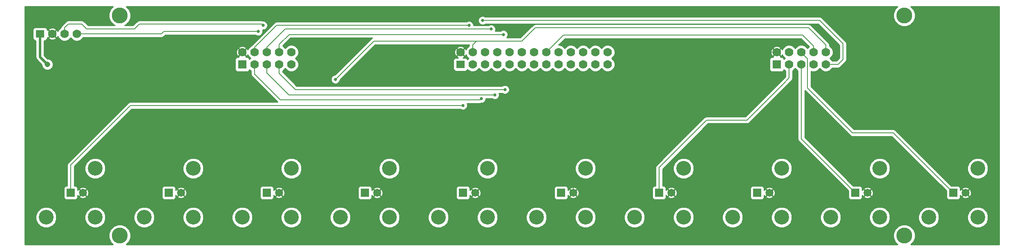
<source format=gtl>
G04 (created by PCBNEW (2013-jul-07)-stable) date Thu 13 Aug 2015 05:15:58 PM PDT*
%MOIN*%
G04 Gerber Fmt 3.4, Leading zero omitted, Abs format*
%FSLAX34Y34*%
G01*
G70*
G90*
G04 APERTURE LIST*
%ADD10C,0.00393701*%
%ADD11C,0.12*%
%ADD12R,0.065X0.065*%
%ADD13C,0.065*%
%ADD14R,0.07X0.07*%
%ADD15C,0.07*%
%ADD16C,0.13*%
%ADD17R,0.07X0.06*%
%ADD18C,0.045*%
%ADD19C,0.025*%
%ADD20C,0.02*%
%ADD21C,0.008*%
%ADD22C,0.01*%
G04 APERTURE END LIST*
G54D10*
G54D11*
X24120Y-41350D03*
X20120Y-41350D03*
G54D12*
X22120Y-39350D03*
G54D13*
X23120Y-39350D03*
G54D11*
X24120Y-37350D03*
X32120Y-41350D03*
X28120Y-41350D03*
G54D12*
X30120Y-39350D03*
G54D13*
X31120Y-39350D03*
G54D11*
X32120Y-37350D03*
X40120Y-41350D03*
X36120Y-41350D03*
G54D12*
X38120Y-39350D03*
G54D13*
X39120Y-39350D03*
G54D11*
X40120Y-37350D03*
X48120Y-41350D03*
X44120Y-41350D03*
G54D12*
X46120Y-39350D03*
G54D13*
X47120Y-39350D03*
G54D11*
X48120Y-37350D03*
X56120Y-41350D03*
X52120Y-41350D03*
G54D12*
X54120Y-39350D03*
G54D13*
X55120Y-39350D03*
G54D11*
X56120Y-37350D03*
X64120Y-41350D03*
X60120Y-41350D03*
G54D12*
X62120Y-39350D03*
G54D13*
X63120Y-39350D03*
G54D11*
X64120Y-37350D03*
X72120Y-41350D03*
X68120Y-41350D03*
G54D12*
X70120Y-39350D03*
G54D13*
X71120Y-39350D03*
G54D11*
X72120Y-37350D03*
X80120Y-41350D03*
X76120Y-41350D03*
G54D12*
X78120Y-39350D03*
G54D13*
X79120Y-39350D03*
G54D11*
X80120Y-37350D03*
X88120Y-41350D03*
X84120Y-41350D03*
G54D12*
X86120Y-39350D03*
G54D13*
X87120Y-39350D03*
G54D11*
X88120Y-37350D03*
X96120Y-41350D03*
X92120Y-41350D03*
G54D12*
X94120Y-39350D03*
G54D13*
X95120Y-39350D03*
G54D11*
X96120Y-37350D03*
G54D14*
X79720Y-28850D03*
G54D15*
X79720Y-27850D03*
X80720Y-28850D03*
X80720Y-27850D03*
X81720Y-28850D03*
X81720Y-27850D03*
X82720Y-28850D03*
X82720Y-27850D03*
X83720Y-28850D03*
X83720Y-27850D03*
G54D14*
X36120Y-28850D03*
G54D15*
X36120Y-27850D03*
X37120Y-28850D03*
X37120Y-27850D03*
X38120Y-28850D03*
X38120Y-27850D03*
X39120Y-28850D03*
X39120Y-27850D03*
X40120Y-28850D03*
X40120Y-27850D03*
G54D16*
X90120Y-42850D03*
X90120Y-24850D03*
X26120Y-42850D03*
X26120Y-24850D03*
G54D17*
X53920Y-28850D03*
G54D15*
X53920Y-27850D03*
X54920Y-28850D03*
X54920Y-27850D03*
X55920Y-28850D03*
X55920Y-27850D03*
X56920Y-28850D03*
X56920Y-27850D03*
X57920Y-28850D03*
X57920Y-27850D03*
X58920Y-28850D03*
X58920Y-27850D03*
X59920Y-28850D03*
X59920Y-27850D03*
X60920Y-28850D03*
X60920Y-27850D03*
X61920Y-28850D03*
X61920Y-27850D03*
X62920Y-28850D03*
X62920Y-27850D03*
X63920Y-28850D03*
X63920Y-27850D03*
X64920Y-28850D03*
X64920Y-27850D03*
X65920Y-28850D03*
X65920Y-27850D03*
G54D17*
X19620Y-26350D03*
G54D15*
X20620Y-26350D03*
X21620Y-26350D03*
X22620Y-26350D03*
G54D18*
X20220Y-28850D03*
G54D19*
X54120Y-32210D03*
X55720Y-25250D03*
X43720Y-30070D03*
X55620Y-31650D03*
X54620Y-25650D03*
X56720Y-31350D03*
X56420Y-25950D03*
X57540Y-30910D03*
X57420Y-26400D03*
X37820Y-25650D03*
X37420Y-26150D03*
G54D20*
X19620Y-28250D02*
X19620Y-26350D01*
X20220Y-28850D02*
X19620Y-28250D01*
G54D21*
X22120Y-39350D02*
X22120Y-37070D01*
X26980Y-32210D02*
X54120Y-32210D01*
X22120Y-37070D02*
X26980Y-32210D01*
X83720Y-28850D02*
X84720Y-28850D01*
X83220Y-25250D02*
X55720Y-25250D01*
X85120Y-27150D02*
X83220Y-25250D01*
X85120Y-28450D02*
X85120Y-27150D01*
X84720Y-28850D02*
X85120Y-28450D01*
X55270Y-26950D02*
X46840Y-26950D01*
X46840Y-26950D02*
X43720Y-30070D01*
X83720Y-27850D02*
X83720Y-27250D01*
X54920Y-27250D02*
X54920Y-27850D01*
X55220Y-26950D02*
X54920Y-27250D01*
X58920Y-26950D02*
X55270Y-26950D01*
X55270Y-26950D02*
X55220Y-26950D01*
X60020Y-25850D02*
X58920Y-26950D01*
X82320Y-25850D02*
X72500Y-25850D01*
X72500Y-25850D02*
X71840Y-25850D01*
X71840Y-25850D02*
X60020Y-25850D01*
X83720Y-27250D02*
X82320Y-25850D01*
X37120Y-29650D02*
X37120Y-28850D01*
X39220Y-31750D02*
X37120Y-29650D01*
X55520Y-31750D02*
X39220Y-31750D01*
X55620Y-31650D02*
X55520Y-31750D01*
X37120Y-27850D02*
X37120Y-27450D01*
X38920Y-25650D02*
X54620Y-25650D01*
X37120Y-27450D02*
X38920Y-25650D01*
X38120Y-28850D02*
X38120Y-29550D01*
X39920Y-31350D02*
X56720Y-31350D01*
X38120Y-29550D02*
X39920Y-31350D01*
X38120Y-27850D02*
X38120Y-27450D01*
X39620Y-25950D02*
X56420Y-25950D01*
X38120Y-27450D02*
X39620Y-25950D01*
X39120Y-28850D02*
X39120Y-29580D01*
X40450Y-30910D02*
X57540Y-30910D01*
X39120Y-29580D02*
X40450Y-30910D01*
X39120Y-27850D02*
X39120Y-27220D01*
X39940Y-26400D02*
X57420Y-26400D01*
X39120Y-27220D02*
X39940Y-26400D01*
X80720Y-28850D02*
X80720Y-29960D01*
X70120Y-37280D02*
X70120Y-39350D01*
X74000Y-33400D02*
X70120Y-37280D01*
X77280Y-33400D02*
X74000Y-33400D01*
X80720Y-29960D02*
X80215Y-30465D01*
X80215Y-30465D02*
X77280Y-33400D01*
X63120Y-39350D02*
X63120Y-36360D01*
X71630Y-27850D02*
X79720Y-27850D01*
X63120Y-36360D02*
X71630Y-27850D01*
X81720Y-28850D02*
X81720Y-34950D01*
X81720Y-34950D02*
X86120Y-39350D01*
X81720Y-27850D02*
X81720Y-27880D01*
X89220Y-34450D02*
X94120Y-39350D01*
X85890Y-34450D02*
X89220Y-34450D01*
X82220Y-30780D02*
X85890Y-34450D01*
X82220Y-28380D02*
X82220Y-30780D01*
X81720Y-27880D02*
X82220Y-28380D01*
X82720Y-27850D02*
X82720Y-27350D01*
X62320Y-26450D02*
X60920Y-27850D01*
X81820Y-26450D02*
X62320Y-26450D01*
X82720Y-27350D02*
X81820Y-26450D01*
X21620Y-25850D02*
X21620Y-26350D01*
X21920Y-25550D02*
X21620Y-25850D01*
X23020Y-25550D02*
X21920Y-25550D01*
X23420Y-25950D02*
X23020Y-25550D01*
X27320Y-25950D02*
X23420Y-25950D01*
X27720Y-25550D02*
X27320Y-25950D01*
X37720Y-25550D02*
X27720Y-25550D01*
X37820Y-25650D02*
X37720Y-25550D01*
X29520Y-26350D02*
X22620Y-26350D01*
X29720Y-26150D02*
X29520Y-26350D01*
X37420Y-26150D02*
X29720Y-26150D01*
G54D22*
X90677Y-43565D02*
X97845Y-43565D01*
X26677Y-43565D02*
X89562Y-43565D01*
X18395Y-43565D02*
X25562Y-43565D01*
X90757Y-43485D02*
X97845Y-43485D01*
X26757Y-43485D02*
X89482Y-43485D01*
X18395Y-43485D02*
X25482Y-43485D01*
X90837Y-43405D02*
X97845Y-43405D01*
X26837Y-43405D02*
X89402Y-43405D01*
X18395Y-43405D02*
X25402Y-43405D01*
X90897Y-43325D02*
X97845Y-43325D01*
X26897Y-43325D02*
X89342Y-43325D01*
X18395Y-43325D02*
X25342Y-43325D01*
X90930Y-43245D02*
X97845Y-43245D01*
X26930Y-43245D02*
X89309Y-43245D01*
X18395Y-43245D02*
X25309Y-43245D01*
X90963Y-43165D02*
X97845Y-43165D01*
X26963Y-43165D02*
X89276Y-43165D01*
X18395Y-43165D02*
X25276Y-43165D01*
X90997Y-43085D02*
X97845Y-43085D01*
X26997Y-43085D02*
X89243Y-43085D01*
X18395Y-43085D02*
X25243Y-43085D01*
X91020Y-43005D02*
X97845Y-43005D01*
X27020Y-43005D02*
X89220Y-43005D01*
X18395Y-43005D02*
X25220Y-43005D01*
X91020Y-42925D02*
X97845Y-42925D01*
X27020Y-42925D02*
X89220Y-42925D01*
X18395Y-42925D02*
X25220Y-42925D01*
X91020Y-42845D02*
X97845Y-42845D01*
X27020Y-42845D02*
X89220Y-42845D01*
X18395Y-42845D02*
X25220Y-42845D01*
X91020Y-42765D02*
X97845Y-42765D01*
X27020Y-42765D02*
X89220Y-42765D01*
X18395Y-42765D02*
X25220Y-42765D01*
X91020Y-42685D02*
X97845Y-42685D01*
X27020Y-42685D02*
X89220Y-42685D01*
X18395Y-42685D02*
X25220Y-42685D01*
X90993Y-42605D02*
X97845Y-42605D01*
X26993Y-42605D02*
X89248Y-42605D01*
X18395Y-42605D02*
X25248Y-42605D01*
X90960Y-42525D02*
X97845Y-42525D01*
X26960Y-42525D02*
X89281Y-42525D01*
X18395Y-42525D02*
X25281Y-42525D01*
X90927Y-42445D02*
X97845Y-42445D01*
X26927Y-42445D02*
X89314Y-42445D01*
X18395Y-42445D02*
X25314Y-42445D01*
X90893Y-42365D02*
X97845Y-42365D01*
X26893Y-42365D02*
X89348Y-42365D01*
X18395Y-42365D02*
X25348Y-42365D01*
X90828Y-42285D02*
X97845Y-42285D01*
X26828Y-42285D02*
X89413Y-42285D01*
X18395Y-42285D02*
X25413Y-42285D01*
X90748Y-42205D02*
X97845Y-42205D01*
X26748Y-42205D02*
X89493Y-42205D01*
X18395Y-42205D02*
X25493Y-42205D01*
X96469Y-42125D02*
X97845Y-42125D01*
X92469Y-42125D02*
X95770Y-42125D01*
X90668Y-42125D02*
X91770Y-42125D01*
X88469Y-42125D02*
X89573Y-42125D01*
X84469Y-42125D02*
X87770Y-42125D01*
X80469Y-42125D02*
X83770Y-42125D01*
X76469Y-42125D02*
X79770Y-42125D01*
X72469Y-42125D02*
X75770Y-42125D01*
X68469Y-42125D02*
X71770Y-42125D01*
X64469Y-42125D02*
X67770Y-42125D01*
X60469Y-42125D02*
X63770Y-42125D01*
X56469Y-42125D02*
X59770Y-42125D01*
X52469Y-42125D02*
X55770Y-42125D01*
X48469Y-42125D02*
X51770Y-42125D01*
X44469Y-42125D02*
X47770Y-42125D01*
X40469Y-42125D02*
X43770Y-42125D01*
X36469Y-42125D02*
X39770Y-42125D01*
X32469Y-42125D02*
X35770Y-42125D01*
X28469Y-42125D02*
X31770Y-42125D01*
X26668Y-42125D02*
X27770Y-42125D01*
X24469Y-42125D02*
X25573Y-42125D01*
X20469Y-42125D02*
X23770Y-42125D01*
X18395Y-42125D02*
X19770Y-42125D01*
X96626Y-42045D02*
X97845Y-42045D01*
X92626Y-42045D02*
X95613Y-42045D01*
X90528Y-42045D02*
X91613Y-42045D01*
X88626Y-42045D02*
X89713Y-42045D01*
X84626Y-42045D02*
X87613Y-42045D01*
X80626Y-42045D02*
X83613Y-42045D01*
X76626Y-42045D02*
X79613Y-42045D01*
X72626Y-42045D02*
X75613Y-42045D01*
X68626Y-42045D02*
X71613Y-42045D01*
X64626Y-42045D02*
X67613Y-42045D01*
X60626Y-42045D02*
X63613Y-42045D01*
X56626Y-42045D02*
X59613Y-42045D01*
X52626Y-42045D02*
X55613Y-42045D01*
X48626Y-42045D02*
X51613Y-42045D01*
X44626Y-42045D02*
X47613Y-42045D01*
X40626Y-42045D02*
X43613Y-42045D01*
X36626Y-42045D02*
X39613Y-42045D01*
X32626Y-42045D02*
X35613Y-42045D01*
X28626Y-42045D02*
X31613Y-42045D01*
X26528Y-42045D02*
X27613Y-42045D01*
X24626Y-42045D02*
X25713Y-42045D01*
X20626Y-42045D02*
X23613Y-42045D01*
X18395Y-42045D02*
X19613Y-42045D01*
X96706Y-41965D02*
X97845Y-41965D01*
X92706Y-41965D02*
X95533Y-41965D01*
X90336Y-41965D02*
X91533Y-41965D01*
X88706Y-41965D02*
X89906Y-41965D01*
X84706Y-41965D02*
X87533Y-41965D01*
X80706Y-41965D02*
X83533Y-41965D01*
X76706Y-41965D02*
X79533Y-41965D01*
X72706Y-41965D02*
X75533Y-41965D01*
X68706Y-41965D02*
X71533Y-41965D01*
X64706Y-41965D02*
X67533Y-41965D01*
X60706Y-41965D02*
X63533Y-41965D01*
X56706Y-41965D02*
X59533Y-41965D01*
X52706Y-41965D02*
X55533Y-41965D01*
X48706Y-41965D02*
X51533Y-41965D01*
X44706Y-41965D02*
X47533Y-41965D01*
X40706Y-41965D02*
X43533Y-41965D01*
X36706Y-41965D02*
X39533Y-41965D01*
X32706Y-41965D02*
X35533Y-41965D01*
X28706Y-41965D02*
X31533Y-41965D01*
X26336Y-41965D02*
X27533Y-41965D01*
X24706Y-41965D02*
X25906Y-41965D01*
X20706Y-41965D02*
X23533Y-41965D01*
X18395Y-41965D02*
X19533Y-41965D01*
X96786Y-41885D02*
X97845Y-41885D01*
X92786Y-41885D02*
X95453Y-41885D01*
X88786Y-41885D02*
X91453Y-41885D01*
X84786Y-41885D02*
X87453Y-41885D01*
X80786Y-41885D02*
X83453Y-41885D01*
X76786Y-41885D02*
X79453Y-41885D01*
X72786Y-41885D02*
X75453Y-41885D01*
X68786Y-41885D02*
X71453Y-41885D01*
X64786Y-41885D02*
X67453Y-41885D01*
X60786Y-41885D02*
X63453Y-41885D01*
X56786Y-41885D02*
X59453Y-41885D01*
X52786Y-41885D02*
X55453Y-41885D01*
X48786Y-41885D02*
X51453Y-41885D01*
X44786Y-41885D02*
X47453Y-41885D01*
X40786Y-41885D02*
X43453Y-41885D01*
X36786Y-41885D02*
X39453Y-41885D01*
X32786Y-41885D02*
X35453Y-41885D01*
X28786Y-41885D02*
X31453Y-41885D01*
X24786Y-41885D02*
X27453Y-41885D01*
X20786Y-41885D02*
X23453Y-41885D01*
X18395Y-41885D02*
X19453Y-41885D01*
X96851Y-41805D02*
X97845Y-41805D01*
X92851Y-41805D02*
X95388Y-41805D01*
X88851Y-41805D02*
X91388Y-41805D01*
X84851Y-41805D02*
X87388Y-41805D01*
X80851Y-41805D02*
X83388Y-41805D01*
X76851Y-41805D02*
X79388Y-41805D01*
X72851Y-41805D02*
X75388Y-41805D01*
X68851Y-41805D02*
X71388Y-41805D01*
X64851Y-41805D02*
X67388Y-41805D01*
X60851Y-41805D02*
X63388Y-41805D01*
X56851Y-41805D02*
X59388Y-41805D01*
X52851Y-41805D02*
X55388Y-41805D01*
X48851Y-41805D02*
X51388Y-41805D01*
X44851Y-41805D02*
X47388Y-41805D01*
X40851Y-41805D02*
X43388Y-41805D01*
X36851Y-41805D02*
X39388Y-41805D01*
X32851Y-41805D02*
X35388Y-41805D01*
X28851Y-41805D02*
X31388Y-41805D01*
X24851Y-41805D02*
X27388Y-41805D01*
X20851Y-41805D02*
X23388Y-41805D01*
X18395Y-41805D02*
X19388Y-41805D01*
X96884Y-41725D02*
X97845Y-41725D01*
X92884Y-41725D02*
X95355Y-41725D01*
X88884Y-41725D02*
X91355Y-41725D01*
X84884Y-41725D02*
X87355Y-41725D01*
X80884Y-41725D02*
X83355Y-41725D01*
X76884Y-41725D02*
X79355Y-41725D01*
X72884Y-41725D02*
X75355Y-41725D01*
X68884Y-41725D02*
X71355Y-41725D01*
X64884Y-41725D02*
X67355Y-41725D01*
X60884Y-41725D02*
X63355Y-41725D01*
X56884Y-41725D02*
X59355Y-41725D01*
X52884Y-41725D02*
X55355Y-41725D01*
X48884Y-41725D02*
X51355Y-41725D01*
X44884Y-41725D02*
X47355Y-41725D01*
X40884Y-41725D02*
X43355Y-41725D01*
X36884Y-41725D02*
X39355Y-41725D01*
X32884Y-41725D02*
X35355Y-41725D01*
X28884Y-41725D02*
X31355Y-41725D01*
X24884Y-41725D02*
X27355Y-41725D01*
X20884Y-41725D02*
X23355Y-41725D01*
X18395Y-41725D02*
X19355Y-41725D01*
X96917Y-41645D02*
X97845Y-41645D01*
X92917Y-41645D02*
X95322Y-41645D01*
X88917Y-41645D02*
X91322Y-41645D01*
X84917Y-41645D02*
X87322Y-41645D01*
X80917Y-41645D02*
X83322Y-41645D01*
X76917Y-41645D02*
X79322Y-41645D01*
X72917Y-41645D02*
X75322Y-41645D01*
X68917Y-41645D02*
X71322Y-41645D01*
X64917Y-41645D02*
X67322Y-41645D01*
X60917Y-41645D02*
X63322Y-41645D01*
X56917Y-41645D02*
X59322Y-41645D01*
X52917Y-41645D02*
X55322Y-41645D01*
X48917Y-41645D02*
X51322Y-41645D01*
X44917Y-41645D02*
X47322Y-41645D01*
X40917Y-41645D02*
X43322Y-41645D01*
X36917Y-41645D02*
X39322Y-41645D01*
X32917Y-41645D02*
X35322Y-41645D01*
X28917Y-41645D02*
X31322Y-41645D01*
X24917Y-41645D02*
X27322Y-41645D01*
X20917Y-41645D02*
X23322Y-41645D01*
X18395Y-41645D02*
X19322Y-41645D01*
X96951Y-41565D02*
X97845Y-41565D01*
X92951Y-41565D02*
X95289Y-41565D01*
X88951Y-41565D02*
X91289Y-41565D01*
X84951Y-41565D02*
X87289Y-41565D01*
X80951Y-41565D02*
X83289Y-41565D01*
X76951Y-41565D02*
X79289Y-41565D01*
X72951Y-41565D02*
X75289Y-41565D01*
X68951Y-41565D02*
X71289Y-41565D01*
X64951Y-41565D02*
X67289Y-41565D01*
X60951Y-41565D02*
X63289Y-41565D01*
X56951Y-41565D02*
X59289Y-41565D01*
X52951Y-41565D02*
X55289Y-41565D01*
X48951Y-41565D02*
X51289Y-41565D01*
X44951Y-41565D02*
X47289Y-41565D01*
X40951Y-41565D02*
X43289Y-41565D01*
X36951Y-41565D02*
X39289Y-41565D01*
X32951Y-41565D02*
X35289Y-41565D01*
X28951Y-41565D02*
X31289Y-41565D01*
X24951Y-41565D02*
X27289Y-41565D01*
X20951Y-41565D02*
X23289Y-41565D01*
X18395Y-41565D02*
X19289Y-41565D01*
X96970Y-41485D02*
X97845Y-41485D01*
X92970Y-41485D02*
X95270Y-41485D01*
X88970Y-41485D02*
X91270Y-41485D01*
X84970Y-41485D02*
X87270Y-41485D01*
X80970Y-41485D02*
X83270Y-41485D01*
X76970Y-41485D02*
X79270Y-41485D01*
X72970Y-41485D02*
X75270Y-41485D01*
X68970Y-41485D02*
X71270Y-41485D01*
X64970Y-41485D02*
X67270Y-41485D01*
X60970Y-41485D02*
X63270Y-41485D01*
X56970Y-41485D02*
X59270Y-41485D01*
X52970Y-41485D02*
X55270Y-41485D01*
X48970Y-41485D02*
X51270Y-41485D01*
X44970Y-41485D02*
X47270Y-41485D01*
X40970Y-41485D02*
X43270Y-41485D01*
X36970Y-41485D02*
X39270Y-41485D01*
X32970Y-41485D02*
X35270Y-41485D01*
X28970Y-41485D02*
X31270Y-41485D01*
X24970Y-41485D02*
X27270Y-41485D01*
X20970Y-41485D02*
X23270Y-41485D01*
X18395Y-41485D02*
X19270Y-41485D01*
X96970Y-41405D02*
X97845Y-41405D01*
X92970Y-41405D02*
X95270Y-41405D01*
X88970Y-41405D02*
X91270Y-41405D01*
X84970Y-41405D02*
X87270Y-41405D01*
X80970Y-41405D02*
X83270Y-41405D01*
X76970Y-41405D02*
X79270Y-41405D01*
X72970Y-41405D02*
X75270Y-41405D01*
X68970Y-41405D02*
X71270Y-41405D01*
X64970Y-41405D02*
X67270Y-41405D01*
X60970Y-41405D02*
X63270Y-41405D01*
X56970Y-41405D02*
X59270Y-41405D01*
X52970Y-41405D02*
X55270Y-41405D01*
X48970Y-41405D02*
X51270Y-41405D01*
X44970Y-41405D02*
X47270Y-41405D01*
X40970Y-41405D02*
X43270Y-41405D01*
X36970Y-41405D02*
X39270Y-41405D01*
X32970Y-41405D02*
X35270Y-41405D01*
X28970Y-41405D02*
X31270Y-41405D01*
X24970Y-41405D02*
X27270Y-41405D01*
X20970Y-41405D02*
X23270Y-41405D01*
X18395Y-41405D02*
X19270Y-41405D01*
X96970Y-41325D02*
X97845Y-41325D01*
X92970Y-41325D02*
X95270Y-41325D01*
X88970Y-41325D02*
X91270Y-41325D01*
X84970Y-41325D02*
X87270Y-41325D01*
X80970Y-41325D02*
X83270Y-41325D01*
X76970Y-41325D02*
X79270Y-41325D01*
X72970Y-41325D02*
X75270Y-41325D01*
X68970Y-41325D02*
X71270Y-41325D01*
X64970Y-41325D02*
X67270Y-41325D01*
X60970Y-41325D02*
X63270Y-41325D01*
X56970Y-41325D02*
X59270Y-41325D01*
X52970Y-41325D02*
X55270Y-41325D01*
X48970Y-41325D02*
X51270Y-41325D01*
X44970Y-41325D02*
X47270Y-41325D01*
X40970Y-41325D02*
X43270Y-41325D01*
X36970Y-41325D02*
X39270Y-41325D01*
X32970Y-41325D02*
X35270Y-41325D01*
X28970Y-41325D02*
X31270Y-41325D01*
X24970Y-41325D02*
X27270Y-41325D01*
X20970Y-41325D02*
X23270Y-41325D01*
X18395Y-41325D02*
X19270Y-41325D01*
X96970Y-41245D02*
X97845Y-41245D01*
X92970Y-41245D02*
X95270Y-41245D01*
X88970Y-41245D02*
X91270Y-41245D01*
X84970Y-41245D02*
X87270Y-41245D01*
X80970Y-41245D02*
X83270Y-41245D01*
X76970Y-41245D02*
X79270Y-41245D01*
X72970Y-41245D02*
X75270Y-41245D01*
X68970Y-41245D02*
X71270Y-41245D01*
X64970Y-41245D02*
X67270Y-41245D01*
X60970Y-41245D02*
X63270Y-41245D01*
X56970Y-41245D02*
X59270Y-41245D01*
X52970Y-41245D02*
X55270Y-41245D01*
X48970Y-41245D02*
X51270Y-41245D01*
X44970Y-41245D02*
X47270Y-41245D01*
X40970Y-41245D02*
X43270Y-41245D01*
X36970Y-41245D02*
X39270Y-41245D01*
X32970Y-41245D02*
X35270Y-41245D01*
X28970Y-41245D02*
X31270Y-41245D01*
X24970Y-41245D02*
X27270Y-41245D01*
X20970Y-41245D02*
X23270Y-41245D01*
X18395Y-41245D02*
X19270Y-41245D01*
X96963Y-41165D02*
X97845Y-41165D01*
X92963Y-41165D02*
X95277Y-41165D01*
X88963Y-41165D02*
X91277Y-41165D01*
X84963Y-41165D02*
X87277Y-41165D01*
X80963Y-41165D02*
X83277Y-41165D01*
X76963Y-41165D02*
X79277Y-41165D01*
X72963Y-41165D02*
X75277Y-41165D01*
X68963Y-41165D02*
X71277Y-41165D01*
X64963Y-41165D02*
X67277Y-41165D01*
X60963Y-41165D02*
X63277Y-41165D01*
X56963Y-41165D02*
X59277Y-41165D01*
X52963Y-41165D02*
X55277Y-41165D01*
X48963Y-41165D02*
X51277Y-41165D01*
X44963Y-41165D02*
X47277Y-41165D01*
X40963Y-41165D02*
X43277Y-41165D01*
X36963Y-41165D02*
X39277Y-41165D01*
X32963Y-41165D02*
X35277Y-41165D01*
X28963Y-41165D02*
X31277Y-41165D01*
X24963Y-41165D02*
X27277Y-41165D01*
X20963Y-41165D02*
X23277Y-41165D01*
X18395Y-41165D02*
X19277Y-41165D01*
X96930Y-41085D02*
X97845Y-41085D01*
X92930Y-41085D02*
X95310Y-41085D01*
X88930Y-41085D02*
X91310Y-41085D01*
X84930Y-41085D02*
X87310Y-41085D01*
X80930Y-41085D02*
X83310Y-41085D01*
X76930Y-41085D02*
X79310Y-41085D01*
X72930Y-41085D02*
X75310Y-41085D01*
X68930Y-41085D02*
X71310Y-41085D01*
X64930Y-41085D02*
X67310Y-41085D01*
X60930Y-41085D02*
X63310Y-41085D01*
X56930Y-41085D02*
X59310Y-41085D01*
X52930Y-41085D02*
X55310Y-41085D01*
X48930Y-41085D02*
X51310Y-41085D01*
X44930Y-41085D02*
X47310Y-41085D01*
X40930Y-41085D02*
X43310Y-41085D01*
X36930Y-41085D02*
X39310Y-41085D01*
X32930Y-41085D02*
X35310Y-41085D01*
X28930Y-41085D02*
X31310Y-41085D01*
X24930Y-41085D02*
X27310Y-41085D01*
X20930Y-41085D02*
X23310Y-41085D01*
X18395Y-41085D02*
X19310Y-41085D01*
X96897Y-41005D02*
X97845Y-41005D01*
X92897Y-41005D02*
X95343Y-41005D01*
X88897Y-41005D02*
X91343Y-41005D01*
X84897Y-41005D02*
X87343Y-41005D01*
X80897Y-41005D02*
X83343Y-41005D01*
X76897Y-41005D02*
X79343Y-41005D01*
X72897Y-41005D02*
X75343Y-41005D01*
X68897Y-41005D02*
X71343Y-41005D01*
X64897Y-41005D02*
X67343Y-41005D01*
X60897Y-41005D02*
X63343Y-41005D01*
X56897Y-41005D02*
X59343Y-41005D01*
X52897Y-41005D02*
X55343Y-41005D01*
X48897Y-41005D02*
X51343Y-41005D01*
X44897Y-41005D02*
X47343Y-41005D01*
X40897Y-41005D02*
X43343Y-41005D01*
X36897Y-41005D02*
X39343Y-41005D01*
X32897Y-41005D02*
X35343Y-41005D01*
X28897Y-41005D02*
X31343Y-41005D01*
X24897Y-41005D02*
X27343Y-41005D01*
X20897Y-41005D02*
X23343Y-41005D01*
X18395Y-41005D02*
X19343Y-41005D01*
X96864Y-40925D02*
X97845Y-40925D01*
X92864Y-40925D02*
X95377Y-40925D01*
X88864Y-40925D02*
X91377Y-40925D01*
X84864Y-40925D02*
X87377Y-40925D01*
X80864Y-40925D02*
X83377Y-40925D01*
X76864Y-40925D02*
X79377Y-40925D01*
X72864Y-40925D02*
X75377Y-40925D01*
X68864Y-40925D02*
X71377Y-40925D01*
X64864Y-40925D02*
X67377Y-40925D01*
X60864Y-40925D02*
X63377Y-40925D01*
X56864Y-40925D02*
X59377Y-40925D01*
X52864Y-40925D02*
X55377Y-40925D01*
X48864Y-40925D02*
X51377Y-40925D01*
X44864Y-40925D02*
X47377Y-40925D01*
X40864Y-40925D02*
X43377Y-40925D01*
X36864Y-40925D02*
X39377Y-40925D01*
X32864Y-40925D02*
X35377Y-40925D01*
X28864Y-40925D02*
X31377Y-40925D01*
X24864Y-40925D02*
X27377Y-40925D01*
X20864Y-40925D02*
X23377Y-40925D01*
X18395Y-40925D02*
X19377Y-40925D01*
X96817Y-40845D02*
X97845Y-40845D01*
X92817Y-40845D02*
X95423Y-40845D01*
X88817Y-40845D02*
X91424Y-40845D01*
X84817Y-40845D02*
X87423Y-40845D01*
X80817Y-40845D02*
X83424Y-40845D01*
X76817Y-40845D02*
X79423Y-40845D01*
X72817Y-40845D02*
X75424Y-40845D01*
X68817Y-40845D02*
X71423Y-40845D01*
X64817Y-40845D02*
X67424Y-40845D01*
X60817Y-40845D02*
X63423Y-40845D01*
X56817Y-40845D02*
X59424Y-40845D01*
X52817Y-40845D02*
X55423Y-40845D01*
X48817Y-40845D02*
X51424Y-40845D01*
X44817Y-40845D02*
X47423Y-40845D01*
X40817Y-40845D02*
X43424Y-40845D01*
X36817Y-40845D02*
X39423Y-40845D01*
X32817Y-40845D02*
X35424Y-40845D01*
X28817Y-40845D02*
X31423Y-40845D01*
X24817Y-40845D02*
X27424Y-40845D01*
X20817Y-40845D02*
X23423Y-40845D01*
X18395Y-40845D02*
X19424Y-40845D01*
X96737Y-40765D02*
X97845Y-40765D01*
X92737Y-40765D02*
X95504Y-40765D01*
X88737Y-40765D02*
X91504Y-40765D01*
X84737Y-40765D02*
X87504Y-40765D01*
X80737Y-40765D02*
X83504Y-40765D01*
X76737Y-40765D02*
X79504Y-40765D01*
X72737Y-40765D02*
X75504Y-40765D01*
X68737Y-40765D02*
X71504Y-40765D01*
X64737Y-40765D02*
X67504Y-40765D01*
X60737Y-40765D02*
X63504Y-40765D01*
X56737Y-40765D02*
X59504Y-40765D01*
X52737Y-40765D02*
X55504Y-40765D01*
X48737Y-40765D02*
X51504Y-40765D01*
X44737Y-40765D02*
X47504Y-40765D01*
X40737Y-40765D02*
X43504Y-40765D01*
X36737Y-40765D02*
X39504Y-40765D01*
X32737Y-40765D02*
X35504Y-40765D01*
X28737Y-40765D02*
X31504Y-40765D01*
X24737Y-40765D02*
X27504Y-40765D01*
X20737Y-40765D02*
X23504Y-40765D01*
X18395Y-40765D02*
X19504Y-40765D01*
X96657Y-40685D02*
X97845Y-40685D01*
X92657Y-40685D02*
X95584Y-40685D01*
X88657Y-40685D02*
X91584Y-40685D01*
X84657Y-40685D02*
X87584Y-40685D01*
X80657Y-40685D02*
X83584Y-40685D01*
X76657Y-40685D02*
X79584Y-40685D01*
X72657Y-40685D02*
X75584Y-40685D01*
X68657Y-40685D02*
X71584Y-40685D01*
X64657Y-40685D02*
X67584Y-40685D01*
X60657Y-40685D02*
X63584Y-40685D01*
X56657Y-40685D02*
X59584Y-40685D01*
X52657Y-40685D02*
X55584Y-40685D01*
X48657Y-40685D02*
X51584Y-40685D01*
X44657Y-40685D02*
X47584Y-40685D01*
X40657Y-40685D02*
X43584Y-40685D01*
X36657Y-40685D02*
X39584Y-40685D01*
X32657Y-40685D02*
X35584Y-40685D01*
X28657Y-40685D02*
X31584Y-40685D01*
X24657Y-40685D02*
X27584Y-40685D01*
X20657Y-40685D02*
X23584Y-40685D01*
X18395Y-40685D02*
X19584Y-40685D01*
X96542Y-40605D02*
X97845Y-40605D01*
X92542Y-40605D02*
X95698Y-40605D01*
X88542Y-40605D02*
X91699Y-40605D01*
X84542Y-40605D02*
X87698Y-40605D01*
X80542Y-40605D02*
X83699Y-40605D01*
X76542Y-40605D02*
X79698Y-40605D01*
X72542Y-40605D02*
X75699Y-40605D01*
X68542Y-40605D02*
X71698Y-40605D01*
X64542Y-40605D02*
X67699Y-40605D01*
X60542Y-40605D02*
X63698Y-40605D01*
X56542Y-40605D02*
X59699Y-40605D01*
X52542Y-40605D02*
X55698Y-40605D01*
X48542Y-40605D02*
X51699Y-40605D01*
X44542Y-40605D02*
X47698Y-40605D01*
X40542Y-40605D02*
X43699Y-40605D01*
X36542Y-40605D02*
X39698Y-40605D01*
X32542Y-40605D02*
X35699Y-40605D01*
X28542Y-40605D02*
X31698Y-40605D01*
X24542Y-40605D02*
X27699Y-40605D01*
X20542Y-40605D02*
X23698Y-40605D01*
X18395Y-40605D02*
X19699Y-40605D01*
X96350Y-40525D02*
X97845Y-40525D01*
X92350Y-40525D02*
X95890Y-40525D01*
X88350Y-40525D02*
X91892Y-40525D01*
X84350Y-40525D02*
X87890Y-40525D01*
X80350Y-40525D02*
X83892Y-40525D01*
X76350Y-40525D02*
X79890Y-40525D01*
X72350Y-40525D02*
X75892Y-40525D01*
X68350Y-40525D02*
X71890Y-40525D01*
X64350Y-40525D02*
X67892Y-40525D01*
X60350Y-40525D02*
X63890Y-40525D01*
X56350Y-40525D02*
X59892Y-40525D01*
X52350Y-40525D02*
X55890Y-40525D01*
X48350Y-40525D02*
X51892Y-40525D01*
X44350Y-40525D02*
X47890Y-40525D01*
X40350Y-40525D02*
X43892Y-40525D01*
X36350Y-40525D02*
X39890Y-40525D01*
X32350Y-40525D02*
X35892Y-40525D01*
X28350Y-40525D02*
X31890Y-40525D01*
X24350Y-40525D02*
X27892Y-40525D01*
X20350Y-40525D02*
X23890Y-40525D01*
X18395Y-40525D02*
X19892Y-40525D01*
X18395Y-40445D02*
X97845Y-40445D01*
X18395Y-40365D02*
X97845Y-40365D01*
X18395Y-40285D02*
X97845Y-40285D01*
X18395Y-40205D02*
X97845Y-40205D01*
X18395Y-40125D02*
X97845Y-40125D01*
X18395Y-40045D02*
X97845Y-40045D01*
X18395Y-39965D02*
X97845Y-39965D01*
X94587Y-39885D02*
X97845Y-39885D01*
X86587Y-39885D02*
X93653Y-39885D01*
X78587Y-39885D02*
X85653Y-39885D01*
X70587Y-39885D02*
X77653Y-39885D01*
X62587Y-39885D02*
X69653Y-39885D01*
X54587Y-39885D02*
X61653Y-39885D01*
X46587Y-39885D02*
X53653Y-39885D01*
X38587Y-39885D02*
X45653Y-39885D01*
X30587Y-39885D02*
X37653Y-39885D01*
X22587Y-39885D02*
X29653Y-39885D01*
X18395Y-39885D02*
X21653Y-39885D01*
X95229Y-39805D02*
X97845Y-39805D01*
X94660Y-39805D02*
X94999Y-39805D01*
X87229Y-39805D02*
X93579Y-39805D01*
X86660Y-39805D02*
X86999Y-39805D01*
X79229Y-39805D02*
X85579Y-39805D01*
X78660Y-39805D02*
X78999Y-39805D01*
X71229Y-39805D02*
X77579Y-39805D01*
X70660Y-39805D02*
X70999Y-39805D01*
X63229Y-39805D02*
X69579Y-39805D01*
X62660Y-39805D02*
X62999Y-39805D01*
X55229Y-39805D02*
X61579Y-39805D01*
X54660Y-39805D02*
X54999Y-39805D01*
X47229Y-39805D02*
X53579Y-39805D01*
X46660Y-39805D02*
X46999Y-39805D01*
X39229Y-39805D02*
X45579Y-39805D01*
X38660Y-39805D02*
X38999Y-39805D01*
X31229Y-39805D02*
X37579Y-39805D01*
X30660Y-39805D02*
X30999Y-39805D01*
X23229Y-39805D02*
X29579Y-39805D01*
X22660Y-39805D02*
X22999Y-39805D01*
X18395Y-39805D02*
X21579Y-39805D01*
X95398Y-39725D02*
X97845Y-39725D01*
X94694Y-39725D02*
X94841Y-39725D01*
X87398Y-39725D02*
X93546Y-39725D01*
X86694Y-39725D02*
X86841Y-39725D01*
X79398Y-39725D02*
X85546Y-39725D01*
X78694Y-39725D02*
X78841Y-39725D01*
X71398Y-39725D02*
X77546Y-39725D01*
X70694Y-39725D02*
X70841Y-39725D01*
X63398Y-39725D02*
X69546Y-39725D01*
X62694Y-39725D02*
X62841Y-39725D01*
X55398Y-39725D02*
X61546Y-39725D01*
X54694Y-39725D02*
X54841Y-39725D01*
X47398Y-39725D02*
X53546Y-39725D01*
X46694Y-39725D02*
X46841Y-39725D01*
X39398Y-39725D02*
X45546Y-39725D01*
X38694Y-39725D02*
X38841Y-39725D01*
X31398Y-39725D02*
X37546Y-39725D01*
X30694Y-39725D02*
X30841Y-39725D01*
X23398Y-39725D02*
X29546Y-39725D01*
X22694Y-39725D02*
X22841Y-39725D01*
X18395Y-39725D02*
X21546Y-39725D01*
X95456Y-39645D02*
X97845Y-39645D01*
X95408Y-39645D02*
X95422Y-39645D01*
X94817Y-39645D02*
X94833Y-39645D01*
X94694Y-39645D02*
X94783Y-39645D01*
X87456Y-39645D02*
X93546Y-39645D01*
X87408Y-39645D02*
X87422Y-39645D01*
X86817Y-39645D02*
X86833Y-39645D01*
X86694Y-39645D02*
X86783Y-39645D01*
X79456Y-39645D02*
X85546Y-39645D01*
X79408Y-39645D02*
X79422Y-39645D01*
X78817Y-39645D02*
X78833Y-39645D01*
X78694Y-39645D02*
X78783Y-39645D01*
X71456Y-39645D02*
X77546Y-39645D01*
X71408Y-39645D02*
X71422Y-39645D01*
X70817Y-39645D02*
X70833Y-39645D01*
X70694Y-39645D02*
X70783Y-39645D01*
X63456Y-39645D02*
X69546Y-39645D01*
X63408Y-39645D02*
X63422Y-39645D01*
X62817Y-39645D02*
X62833Y-39645D01*
X62694Y-39645D02*
X62783Y-39645D01*
X55456Y-39645D02*
X61546Y-39645D01*
X55408Y-39645D02*
X55422Y-39645D01*
X54817Y-39645D02*
X54833Y-39645D01*
X54694Y-39645D02*
X54783Y-39645D01*
X47456Y-39645D02*
X53546Y-39645D01*
X47408Y-39645D02*
X47422Y-39645D01*
X46817Y-39645D02*
X46833Y-39645D01*
X46694Y-39645D02*
X46783Y-39645D01*
X39456Y-39645D02*
X45546Y-39645D01*
X39408Y-39645D02*
X39422Y-39645D01*
X38817Y-39645D02*
X38833Y-39645D01*
X38694Y-39645D02*
X38783Y-39645D01*
X31456Y-39645D02*
X37546Y-39645D01*
X31408Y-39645D02*
X31422Y-39645D01*
X30817Y-39645D02*
X30833Y-39645D01*
X30694Y-39645D02*
X30783Y-39645D01*
X23456Y-39645D02*
X29546Y-39645D01*
X23408Y-39645D02*
X23422Y-39645D01*
X22817Y-39645D02*
X22833Y-39645D01*
X22694Y-39645D02*
X22783Y-39645D01*
X18395Y-39645D02*
X21546Y-39645D01*
X95532Y-39565D02*
X97845Y-39565D01*
X95328Y-39565D02*
X95342Y-39565D01*
X94897Y-39565D02*
X94913Y-39565D01*
X94694Y-39565D02*
X94705Y-39565D01*
X87532Y-39565D02*
X93546Y-39565D01*
X87328Y-39565D02*
X87342Y-39565D01*
X86897Y-39565D02*
X86913Y-39565D01*
X86694Y-39565D02*
X86705Y-39565D01*
X79532Y-39565D02*
X85546Y-39565D01*
X79328Y-39565D02*
X79342Y-39565D01*
X78897Y-39565D02*
X78913Y-39565D01*
X78694Y-39565D02*
X78705Y-39565D01*
X71532Y-39565D02*
X77546Y-39565D01*
X71328Y-39565D02*
X71342Y-39565D01*
X70897Y-39565D02*
X70913Y-39565D01*
X70694Y-39565D02*
X70705Y-39565D01*
X63532Y-39565D02*
X69546Y-39565D01*
X63328Y-39565D02*
X63342Y-39565D01*
X62897Y-39565D02*
X62913Y-39565D01*
X62694Y-39565D02*
X62705Y-39565D01*
X55532Y-39565D02*
X61546Y-39565D01*
X55328Y-39565D02*
X55342Y-39565D01*
X54897Y-39565D02*
X54913Y-39565D01*
X54694Y-39565D02*
X54705Y-39565D01*
X47532Y-39565D02*
X53546Y-39565D01*
X47328Y-39565D02*
X47342Y-39565D01*
X46897Y-39565D02*
X46913Y-39565D01*
X46694Y-39565D02*
X46705Y-39565D01*
X39532Y-39565D02*
X45546Y-39565D01*
X39328Y-39565D02*
X39342Y-39565D01*
X38897Y-39565D02*
X38913Y-39565D01*
X38694Y-39565D02*
X38705Y-39565D01*
X31532Y-39565D02*
X37546Y-39565D01*
X31328Y-39565D02*
X31342Y-39565D01*
X30897Y-39565D02*
X30913Y-39565D01*
X30694Y-39565D02*
X30705Y-39565D01*
X23532Y-39565D02*
X29546Y-39565D01*
X23328Y-39565D02*
X23342Y-39565D01*
X22897Y-39565D02*
X22913Y-39565D01*
X22694Y-39565D02*
X22705Y-39565D01*
X18395Y-39565D02*
X21546Y-39565D01*
X95568Y-39485D02*
X97845Y-39485D01*
X95248Y-39485D02*
X95262Y-39485D01*
X94977Y-39485D02*
X94993Y-39485D01*
X87568Y-39485D02*
X93546Y-39485D01*
X87248Y-39485D02*
X87262Y-39485D01*
X86977Y-39485D02*
X86993Y-39485D01*
X79568Y-39485D02*
X85546Y-39485D01*
X79248Y-39485D02*
X79262Y-39485D01*
X78977Y-39485D02*
X78993Y-39485D01*
X71568Y-39485D02*
X77546Y-39485D01*
X71248Y-39485D02*
X71262Y-39485D01*
X70977Y-39485D02*
X70993Y-39485D01*
X63568Y-39485D02*
X69546Y-39485D01*
X63248Y-39485D02*
X63262Y-39485D01*
X62977Y-39485D02*
X62993Y-39485D01*
X55568Y-39485D02*
X61546Y-39485D01*
X55248Y-39485D02*
X55262Y-39485D01*
X54977Y-39485D02*
X54993Y-39485D01*
X47568Y-39485D02*
X53546Y-39485D01*
X47248Y-39485D02*
X47262Y-39485D01*
X46977Y-39485D02*
X46993Y-39485D01*
X39568Y-39485D02*
X45546Y-39485D01*
X39248Y-39485D02*
X39262Y-39485D01*
X38977Y-39485D02*
X38993Y-39485D01*
X31568Y-39485D02*
X37546Y-39485D01*
X31248Y-39485D02*
X31262Y-39485D01*
X30977Y-39485D02*
X30993Y-39485D01*
X23568Y-39485D02*
X29546Y-39485D01*
X23248Y-39485D02*
X23262Y-39485D01*
X22977Y-39485D02*
X22993Y-39485D01*
X18395Y-39485D02*
X21546Y-39485D01*
X95583Y-39405D02*
X97845Y-39405D01*
X95168Y-39405D02*
X95182Y-39405D01*
X95057Y-39405D02*
X95073Y-39405D01*
X87583Y-39405D02*
X93546Y-39405D01*
X87168Y-39405D02*
X87182Y-39405D01*
X87057Y-39405D02*
X87073Y-39405D01*
X79583Y-39405D02*
X85546Y-39405D01*
X79168Y-39405D02*
X79182Y-39405D01*
X79057Y-39405D02*
X79073Y-39405D01*
X71583Y-39405D02*
X77546Y-39405D01*
X71168Y-39405D02*
X71182Y-39405D01*
X71057Y-39405D02*
X71073Y-39405D01*
X63583Y-39405D02*
X69546Y-39405D01*
X63168Y-39405D02*
X63182Y-39405D01*
X63057Y-39405D02*
X63073Y-39405D01*
X55583Y-39405D02*
X61546Y-39405D01*
X55168Y-39405D02*
X55182Y-39405D01*
X55057Y-39405D02*
X55073Y-39405D01*
X47583Y-39405D02*
X53546Y-39405D01*
X47168Y-39405D02*
X47182Y-39405D01*
X47057Y-39405D02*
X47073Y-39405D01*
X39583Y-39405D02*
X45546Y-39405D01*
X39168Y-39405D02*
X39182Y-39405D01*
X39057Y-39405D02*
X39073Y-39405D01*
X31583Y-39405D02*
X37546Y-39405D01*
X31168Y-39405D02*
X31182Y-39405D01*
X31057Y-39405D02*
X31073Y-39405D01*
X23583Y-39405D02*
X29546Y-39405D01*
X23168Y-39405D02*
X23182Y-39405D01*
X23057Y-39405D02*
X23073Y-39405D01*
X18395Y-39405D02*
X21546Y-39405D01*
X95585Y-39325D02*
X97845Y-39325D01*
X95137Y-39325D02*
X95153Y-39325D01*
X95088Y-39325D02*
X95102Y-39325D01*
X87585Y-39325D02*
X93546Y-39325D01*
X87137Y-39325D02*
X87153Y-39325D01*
X87088Y-39325D02*
X87102Y-39325D01*
X79585Y-39325D02*
X85546Y-39325D01*
X79137Y-39325D02*
X79153Y-39325D01*
X79088Y-39325D02*
X79102Y-39325D01*
X71585Y-39325D02*
X77546Y-39325D01*
X71137Y-39325D02*
X71153Y-39325D01*
X71088Y-39325D02*
X71102Y-39325D01*
X63585Y-39325D02*
X69546Y-39325D01*
X63137Y-39325D02*
X63153Y-39325D01*
X63088Y-39325D02*
X63102Y-39325D01*
X55585Y-39325D02*
X61546Y-39325D01*
X55137Y-39325D02*
X55153Y-39325D01*
X55088Y-39325D02*
X55102Y-39325D01*
X47585Y-39325D02*
X53546Y-39325D01*
X47137Y-39325D02*
X47153Y-39325D01*
X47088Y-39325D02*
X47102Y-39325D01*
X39585Y-39325D02*
X45546Y-39325D01*
X39137Y-39325D02*
X39153Y-39325D01*
X39088Y-39325D02*
X39102Y-39325D01*
X31585Y-39325D02*
X37546Y-39325D01*
X31137Y-39325D02*
X31153Y-39325D01*
X31088Y-39325D02*
X31102Y-39325D01*
X23585Y-39325D02*
X29546Y-39325D01*
X23137Y-39325D02*
X23153Y-39325D01*
X23088Y-39325D02*
X23102Y-39325D01*
X18395Y-39325D02*
X21546Y-39325D01*
X95577Y-39245D02*
X97845Y-39245D01*
X95217Y-39245D02*
X95233Y-39245D01*
X95008Y-39245D02*
X95022Y-39245D01*
X87577Y-39245D02*
X93546Y-39245D01*
X87217Y-39245D02*
X87233Y-39245D01*
X87008Y-39245D02*
X87022Y-39245D01*
X79577Y-39245D02*
X85546Y-39245D01*
X79217Y-39245D02*
X79233Y-39245D01*
X79008Y-39245D02*
X79022Y-39245D01*
X71577Y-39245D02*
X77546Y-39245D01*
X71217Y-39245D02*
X71233Y-39245D01*
X71008Y-39245D02*
X71022Y-39245D01*
X63577Y-39245D02*
X69546Y-39245D01*
X63217Y-39245D02*
X63233Y-39245D01*
X63008Y-39245D02*
X63022Y-39245D01*
X55577Y-39245D02*
X61546Y-39245D01*
X55217Y-39245D02*
X55233Y-39245D01*
X55008Y-39245D02*
X55022Y-39245D01*
X47577Y-39245D02*
X53546Y-39245D01*
X47217Y-39245D02*
X47233Y-39245D01*
X47008Y-39245D02*
X47022Y-39245D01*
X39577Y-39245D02*
X45546Y-39245D01*
X39217Y-39245D02*
X39233Y-39245D01*
X39008Y-39245D02*
X39022Y-39245D01*
X31577Y-39245D02*
X37546Y-39245D01*
X31217Y-39245D02*
X31233Y-39245D01*
X31008Y-39245D02*
X31022Y-39245D01*
X23577Y-39245D02*
X29546Y-39245D01*
X23217Y-39245D02*
X23233Y-39245D01*
X23008Y-39245D02*
X23022Y-39245D01*
X18395Y-39245D02*
X21546Y-39245D01*
X95546Y-39165D02*
X97845Y-39165D01*
X95297Y-39165D02*
X95313Y-39165D01*
X94928Y-39165D02*
X94942Y-39165D01*
X87546Y-39165D02*
X93524Y-39165D01*
X87297Y-39165D02*
X87313Y-39165D01*
X86928Y-39165D02*
X86942Y-39165D01*
X79546Y-39165D02*
X85525Y-39165D01*
X79297Y-39165D02*
X79313Y-39165D01*
X78928Y-39165D02*
X78942Y-39165D01*
X71546Y-39165D02*
X77546Y-39165D01*
X71297Y-39165D02*
X71313Y-39165D01*
X70928Y-39165D02*
X70942Y-39165D01*
X63546Y-39165D02*
X69546Y-39165D01*
X63297Y-39165D02*
X63313Y-39165D01*
X62928Y-39165D02*
X62942Y-39165D01*
X55546Y-39165D02*
X61546Y-39165D01*
X55297Y-39165D02*
X55313Y-39165D01*
X54928Y-39165D02*
X54942Y-39165D01*
X47546Y-39165D02*
X53546Y-39165D01*
X47297Y-39165D02*
X47313Y-39165D01*
X46928Y-39165D02*
X46942Y-39165D01*
X39546Y-39165D02*
X45546Y-39165D01*
X39297Y-39165D02*
X39313Y-39165D01*
X38928Y-39165D02*
X38942Y-39165D01*
X31546Y-39165D02*
X37546Y-39165D01*
X31297Y-39165D02*
X31313Y-39165D01*
X30928Y-39165D02*
X30942Y-39165D01*
X23546Y-39165D02*
X29546Y-39165D01*
X23297Y-39165D02*
X23313Y-39165D01*
X22928Y-39165D02*
X22942Y-39165D01*
X18395Y-39165D02*
X21546Y-39165D01*
X95512Y-39085D02*
X97845Y-39085D01*
X95377Y-39085D02*
X95393Y-39085D01*
X94848Y-39085D02*
X94862Y-39085D01*
X94694Y-39085D02*
X94730Y-39085D01*
X87512Y-39085D02*
X93444Y-39085D01*
X87377Y-39085D02*
X87393Y-39085D01*
X86848Y-39085D02*
X86862Y-39085D01*
X86694Y-39085D02*
X86730Y-39085D01*
X79512Y-39085D02*
X85445Y-39085D01*
X79377Y-39085D02*
X79393Y-39085D01*
X78848Y-39085D02*
X78862Y-39085D01*
X78694Y-39085D02*
X78730Y-39085D01*
X71512Y-39085D02*
X77546Y-39085D01*
X71377Y-39085D02*
X71393Y-39085D01*
X70848Y-39085D02*
X70862Y-39085D01*
X70694Y-39085D02*
X70730Y-39085D01*
X63512Y-39085D02*
X69546Y-39085D01*
X63377Y-39085D02*
X63393Y-39085D01*
X62848Y-39085D02*
X62862Y-39085D01*
X62694Y-39085D02*
X62730Y-39085D01*
X55512Y-39085D02*
X61546Y-39085D01*
X55377Y-39085D02*
X55393Y-39085D01*
X54848Y-39085D02*
X54862Y-39085D01*
X54694Y-39085D02*
X54730Y-39085D01*
X47512Y-39085D02*
X53546Y-39085D01*
X47377Y-39085D02*
X47393Y-39085D01*
X46848Y-39085D02*
X46862Y-39085D01*
X46694Y-39085D02*
X46730Y-39085D01*
X39512Y-39085D02*
X45546Y-39085D01*
X39377Y-39085D02*
X39393Y-39085D01*
X38848Y-39085D02*
X38862Y-39085D01*
X38694Y-39085D02*
X38730Y-39085D01*
X31512Y-39085D02*
X37546Y-39085D01*
X31377Y-39085D02*
X31393Y-39085D01*
X30848Y-39085D02*
X30862Y-39085D01*
X30694Y-39085D02*
X30730Y-39085D01*
X23512Y-39085D02*
X29546Y-39085D01*
X23377Y-39085D02*
X23393Y-39085D01*
X22848Y-39085D02*
X22862Y-39085D01*
X22694Y-39085D02*
X22730Y-39085D01*
X18395Y-39085D02*
X21546Y-39085D01*
X95412Y-39005D02*
X97845Y-39005D01*
X94694Y-39005D02*
X94829Y-39005D01*
X87412Y-39005D02*
X93364Y-39005D01*
X86694Y-39005D02*
X86829Y-39005D01*
X79412Y-39005D02*
X85365Y-39005D01*
X78694Y-39005D02*
X78829Y-39005D01*
X71412Y-39005D02*
X77546Y-39005D01*
X70694Y-39005D02*
X70829Y-39005D01*
X63412Y-39005D02*
X69546Y-39005D01*
X62694Y-39005D02*
X62829Y-39005D01*
X55412Y-39005D02*
X61546Y-39005D01*
X54694Y-39005D02*
X54829Y-39005D01*
X47412Y-39005D02*
X53546Y-39005D01*
X46694Y-39005D02*
X46829Y-39005D01*
X39412Y-39005D02*
X45546Y-39005D01*
X38694Y-39005D02*
X38829Y-39005D01*
X31412Y-39005D02*
X37546Y-39005D01*
X30694Y-39005D02*
X30829Y-39005D01*
X23412Y-39005D02*
X29546Y-39005D01*
X22694Y-39005D02*
X22829Y-39005D01*
X18395Y-39005D02*
X21546Y-39005D01*
X95308Y-38925D02*
X97845Y-38925D01*
X94673Y-38925D02*
X94933Y-38925D01*
X87308Y-38925D02*
X93284Y-38925D01*
X86673Y-38925D02*
X86933Y-38925D01*
X79308Y-38925D02*
X85285Y-38925D01*
X78673Y-38925D02*
X78933Y-38925D01*
X71308Y-38925D02*
X77567Y-38925D01*
X70673Y-38925D02*
X70933Y-38925D01*
X63308Y-38925D02*
X69567Y-38925D01*
X62673Y-38925D02*
X62933Y-38925D01*
X55308Y-38925D02*
X61567Y-38925D01*
X54673Y-38925D02*
X54933Y-38925D01*
X47308Y-38925D02*
X53567Y-38925D01*
X46673Y-38925D02*
X46933Y-38925D01*
X39308Y-38925D02*
X45567Y-38925D01*
X38673Y-38925D02*
X38933Y-38925D01*
X31308Y-38925D02*
X37567Y-38925D01*
X30673Y-38925D02*
X30933Y-38925D01*
X23308Y-38925D02*
X29567Y-38925D01*
X22673Y-38925D02*
X22933Y-38925D01*
X18395Y-38925D02*
X21567Y-38925D01*
X94617Y-38845D02*
X97845Y-38845D01*
X86617Y-38845D02*
X93204Y-38845D01*
X78617Y-38845D02*
X85205Y-38845D01*
X70617Y-38845D02*
X77623Y-38845D01*
X62617Y-38845D02*
X69623Y-38845D01*
X54617Y-38845D02*
X61623Y-38845D01*
X46617Y-38845D02*
X53623Y-38845D01*
X38617Y-38845D02*
X45623Y-38845D01*
X30617Y-38845D02*
X37623Y-38845D01*
X22617Y-38845D02*
X29623Y-38845D01*
X18395Y-38845D02*
X21623Y-38845D01*
X93945Y-38765D02*
X97845Y-38765D01*
X85946Y-38765D02*
X93124Y-38765D01*
X70410Y-38765D02*
X85125Y-38765D01*
X22410Y-38765D02*
X69830Y-38765D01*
X18395Y-38765D02*
X21830Y-38765D01*
X93865Y-38685D02*
X97845Y-38685D01*
X85866Y-38685D02*
X93044Y-38685D01*
X70410Y-38685D02*
X85045Y-38685D01*
X22410Y-38685D02*
X69830Y-38685D01*
X18395Y-38685D02*
X21830Y-38685D01*
X93785Y-38605D02*
X97845Y-38605D01*
X85786Y-38605D02*
X92964Y-38605D01*
X70410Y-38605D02*
X84965Y-38605D01*
X22410Y-38605D02*
X69830Y-38605D01*
X18395Y-38605D02*
X21830Y-38605D01*
X93705Y-38525D02*
X97845Y-38525D01*
X85706Y-38525D02*
X92884Y-38525D01*
X70410Y-38525D02*
X84885Y-38525D01*
X22410Y-38525D02*
X69830Y-38525D01*
X18395Y-38525D02*
X21830Y-38525D01*
X93625Y-38445D02*
X97845Y-38445D01*
X85626Y-38445D02*
X92804Y-38445D01*
X70410Y-38445D02*
X84805Y-38445D01*
X22410Y-38445D02*
X69830Y-38445D01*
X18395Y-38445D02*
X21830Y-38445D01*
X93545Y-38365D02*
X97845Y-38365D01*
X85546Y-38365D02*
X92724Y-38365D01*
X70410Y-38365D02*
X84725Y-38365D01*
X22410Y-38365D02*
X69830Y-38365D01*
X18395Y-38365D02*
X21830Y-38365D01*
X93465Y-38285D02*
X97845Y-38285D01*
X85466Y-38285D02*
X92644Y-38285D01*
X70410Y-38285D02*
X84645Y-38285D01*
X22410Y-38285D02*
X69830Y-38285D01*
X18395Y-38285D02*
X21830Y-38285D01*
X93385Y-38205D02*
X97845Y-38205D01*
X85386Y-38205D02*
X92564Y-38205D01*
X70410Y-38205D02*
X84565Y-38205D01*
X22410Y-38205D02*
X69830Y-38205D01*
X18395Y-38205D02*
X21830Y-38205D01*
X96469Y-38125D02*
X97845Y-38125D01*
X93305Y-38125D02*
X95770Y-38125D01*
X88469Y-38125D02*
X92484Y-38125D01*
X85306Y-38125D02*
X87770Y-38125D01*
X80469Y-38125D02*
X84485Y-38125D01*
X72469Y-38125D02*
X79770Y-38125D01*
X70410Y-38125D02*
X71770Y-38125D01*
X64469Y-38125D02*
X69830Y-38125D01*
X56469Y-38125D02*
X63770Y-38125D01*
X48469Y-38125D02*
X55770Y-38125D01*
X40469Y-38125D02*
X47770Y-38125D01*
X32469Y-38125D02*
X39770Y-38125D01*
X24469Y-38125D02*
X31770Y-38125D01*
X22410Y-38125D02*
X23770Y-38125D01*
X18395Y-38125D02*
X21830Y-38125D01*
X96626Y-38045D02*
X97845Y-38045D01*
X93225Y-38045D02*
X95613Y-38045D01*
X88626Y-38045D02*
X92404Y-38045D01*
X85226Y-38045D02*
X87613Y-38045D01*
X80626Y-38045D02*
X84405Y-38045D01*
X72626Y-38045D02*
X79613Y-38045D01*
X70410Y-38045D02*
X71613Y-38045D01*
X64626Y-38045D02*
X69830Y-38045D01*
X56626Y-38045D02*
X63613Y-38045D01*
X48626Y-38045D02*
X55613Y-38045D01*
X40626Y-38045D02*
X47613Y-38045D01*
X32626Y-38045D02*
X39613Y-38045D01*
X24626Y-38045D02*
X31613Y-38045D01*
X22410Y-38045D02*
X23613Y-38045D01*
X18395Y-38045D02*
X21830Y-38045D01*
X96706Y-37965D02*
X97845Y-37965D01*
X93145Y-37965D02*
X95533Y-37965D01*
X88706Y-37965D02*
X92324Y-37965D01*
X85146Y-37965D02*
X87533Y-37965D01*
X80706Y-37965D02*
X84325Y-37965D01*
X72706Y-37965D02*
X79533Y-37965D01*
X70410Y-37965D02*
X71533Y-37965D01*
X64706Y-37965D02*
X69830Y-37965D01*
X56706Y-37965D02*
X63533Y-37965D01*
X48706Y-37965D02*
X55533Y-37965D01*
X40706Y-37965D02*
X47533Y-37965D01*
X32706Y-37965D02*
X39533Y-37965D01*
X24706Y-37965D02*
X31533Y-37965D01*
X22410Y-37965D02*
X23533Y-37965D01*
X18395Y-37965D02*
X21830Y-37965D01*
X96786Y-37885D02*
X97845Y-37885D01*
X93065Y-37885D02*
X95453Y-37885D01*
X88786Y-37885D02*
X92244Y-37885D01*
X85066Y-37885D02*
X87453Y-37885D01*
X80786Y-37885D02*
X84245Y-37885D01*
X72786Y-37885D02*
X79453Y-37885D01*
X70410Y-37885D02*
X71453Y-37885D01*
X64786Y-37885D02*
X69830Y-37885D01*
X56786Y-37885D02*
X63453Y-37885D01*
X48786Y-37885D02*
X55453Y-37885D01*
X40786Y-37885D02*
X47453Y-37885D01*
X32786Y-37885D02*
X39453Y-37885D01*
X24786Y-37885D02*
X31453Y-37885D01*
X22410Y-37885D02*
X23453Y-37885D01*
X18395Y-37885D02*
X21830Y-37885D01*
X96851Y-37805D02*
X97845Y-37805D01*
X92985Y-37805D02*
X95388Y-37805D01*
X88851Y-37805D02*
X92164Y-37805D01*
X84986Y-37805D02*
X87388Y-37805D01*
X80851Y-37805D02*
X84165Y-37805D01*
X72851Y-37805D02*
X79388Y-37805D01*
X70410Y-37805D02*
X71388Y-37805D01*
X64851Y-37805D02*
X69830Y-37805D01*
X56851Y-37805D02*
X63388Y-37805D01*
X48851Y-37805D02*
X55388Y-37805D01*
X40851Y-37805D02*
X47388Y-37805D01*
X32851Y-37805D02*
X39388Y-37805D01*
X24851Y-37805D02*
X31388Y-37805D01*
X22410Y-37805D02*
X23388Y-37805D01*
X18395Y-37805D02*
X21830Y-37805D01*
X96884Y-37725D02*
X97845Y-37725D01*
X92905Y-37725D02*
X95355Y-37725D01*
X88884Y-37725D02*
X92084Y-37725D01*
X84906Y-37725D02*
X87355Y-37725D01*
X80884Y-37725D02*
X84085Y-37725D01*
X72884Y-37725D02*
X79355Y-37725D01*
X70410Y-37725D02*
X71355Y-37725D01*
X64884Y-37725D02*
X69830Y-37725D01*
X56884Y-37725D02*
X63355Y-37725D01*
X48884Y-37725D02*
X55355Y-37725D01*
X40884Y-37725D02*
X47355Y-37725D01*
X32884Y-37725D02*
X39355Y-37725D01*
X24884Y-37725D02*
X31355Y-37725D01*
X22410Y-37725D02*
X23355Y-37725D01*
X18395Y-37725D02*
X21830Y-37725D01*
X96917Y-37645D02*
X97845Y-37645D01*
X92825Y-37645D02*
X95322Y-37645D01*
X88917Y-37645D02*
X92004Y-37645D01*
X84826Y-37645D02*
X87322Y-37645D01*
X80917Y-37645D02*
X84005Y-37645D01*
X72917Y-37645D02*
X79322Y-37645D01*
X70410Y-37645D02*
X71322Y-37645D01*
X64917Y-37645D02*
X69830Y-37645D01*
X56917Y-37645D02*
X63322Y-37645D01*
X48917Y-37645D02*
X55322Y-37645D01*
X40917Y-37645D02*
X47322Y-37645D01*
X32917Y-37645D02*
X39322Y-37645D01*
X24917Y-37645D02*
X31322Y-37645D01*
X22410Y-37645D02*
X23322Y-37645D01*
X18395Y-37645D02*
X21830Y-37645D01*
X96951Y-37565D02*
X97845Y-37565D01*
X92745Y-37565D02*
X95289Y-37565D01*
X88951Y-37565D02*
X91924Y-37565D01*
X84746Y-37565D02*
X87289Y-37565D01*
X80951Y-37565D02*
X83925Y-37565D01*
X72951Y-37565D02*
X79289Y-37565D01*
X70410Y-37565D02*
X71289Y-37565D01*
X64951Y-37565D02*
X69830Y-37565D01*
X56951Y-37565D02*
X63289Y-37565D01*
X48951Y-37565D02*
X55289Y-37565D01*
X40951Y-37565D02*
X47289Y-37565D01*
X32951Y-37565D02*
X39289Y-37565D01*
X24951Y-37565D02*
X31289Y-37565D01*
X22410Y-37565D02*
X23289Y-37565D01*
X18395Y-37565D02*
X21830Y-37565D01*
X96970Y-37485D02*
X97845Y-37485D01*
X92665Y-37485D02*
X95270Y-37485D01*
X88970Y-37485D02*
X91844Y-37485D01*
X84666Y-37485D02*
X87270Y-37485D01*
X80970Y-37485D02*
X83845Y-37485D01*
X72970Y-37485D02*
X79270Y-37485D01*
X70410Y-37485D02*
X71270Y-37485D01*
X64970Y-37485D02*
X69830Y-37485D01*
X56970Y-37485D02*
X63270Y-37485D01*
X48970Y-37485D02*
X55270Y-37485D01*
X40970Y-37485D02*
X47270Y-37485D01*
X32970Y-37485D02*
X39270Y-37485D01*
X24970Y-37485D02*
X31270Y-37485D01*
X22410Y-37485D02*
X23270Y-37485D01*
X18395Y-37485D02*
X21830Y-37485D01*
X96970Y-37405D02*
X97845Y-37405D01*
X92585Y-37405D02*
X95270Y-37405D01*
X88970Y-37405D02*
X91764Y-37405D01*
X84586Y-37405D02*
X87270Y-37405D01*
X80970Y-37405D02*
X83765Y-37405D01*
X72970Y-37405D02*
X79270Y-37405D01*
X70410Y-37405D02*
X71270Y-37405D01*
X64970Y-37405D02*
X69830Y-37405D01*
X56970Y-37405D02*
X63270Y-37405D01*
X48970Y-37405D02*
X55270Y-37405D01*
X40970Y-37405D02*
X47270Y-37405D01*
X32970Y-37405D02*
X39270Y-37405D01*
X24970Y-37405D02*
X31270Y-37405D01*
X22410Y-37405D02*
X23270Y-37405D01*
X18395Y-37405D02*
X21830Y-37405D01*
X96970Y-37325D02*
X97845Y-37325D01*
X92505Y-37325D02*
X95270Y-37325D01*
X88970Y-37325D02*
X91684Y-37325D01*
X84506Y-37325D02*
X87270Y-37325D01*
X80970Y-37325D02*
X83685Y-37325D01*
X72970Y-37325D02*
X79270Y-37325D01*
X70485Y-37325D02*
X71270Y-37325D01*
X64970Y-37325D02*
X69830Y-37325D01*
X56970Y-37325D02*
X63270Y-37325D01*
X48970Y-37325D02*
X55270Y-37325D01*
X40970Y-37325D02*
X47270Y-37325D01*
X32970Y-37325D02*
X39270Y-37325D01*
X24970Y-37325D02*
X31270Y-37325D01*
X22410Y-37325D02*
X23270Y-37325D01*
X18395Y-37325D02*
X21830Y-37325D01*
X96970Y-37245D02*
X97845Y-37245D01*
X92425Y-37245D02*
X95270Y-37245D01*
X88970Y-37245D02*
X91604Y-37245D01*
X84426Y-37245D02*
X87270Y-37245D01*
X80970Y-37245D02*
X83605Y-37245D01*
X72970Y-37245D02*
X79270Y-37245D01*
X70565Y-37245D02*
X71270Y-37245D01*
X64970Y-37245D02*
X69837Y-37245D01*
X56970Y-37245D02*
X63270Y-37245D01*
X48970Y-37245D02*
X55270Y-37245D01*
X40970Y-37245D02*
X47270Y-37245D01*
X32970Y-37245D02*
X39270Y-37245D01*
X24970Y-37245D02*
X31270Y-37245D01*
X22410Y-37245D02*
X23270Y-37245D01*
X18395Y-37245D02*
X21830Y-37245D01*
X96963Y-37165D02*
X97845Y-37165D01*
X92345Y-37165D02*
X95277Y-37165D01*
X88963Y-37165D02*
X91524Y-37165D01*
X84346Y-37165D02*
X87277Y-37165D01*
X80963Y-37165D02*
X83525Y-37165D01*
X72963Y-37165D02*
X79277Y-37165D01*
X70645Y-37165D02*
X71277Y-37165D01*
X64963Y-37165D02*
X69855Y-37165D01*
X56963Y-37165D02*
X63277Y-37165D01*
X48963Y-37165D02*
X55277Y-37165D01*
X40963Y-37165D02*
X47277Y-37165D01*
X32963Y-37165D02*
X39277Y-37165D01*
X24963Y-37165D02*
X31277Y-37165D01*
X22435Y-37165D02*
X23277Y-37165D01*
X18395Y-37165D02*
X21830Y-37165D01*
X96930Y-37085D02*
X97845Y-37085D01*
X92265Y-37085D02*
X95310Y-37085D01*
X88930Y-37085D02*
X91444Y-37085D01*
X84266Y-37085D02*
X87310Y-37085D01*
X80930Y-37085D02*
X83445Y-37085D01*
X72930Y-37085D02*
X79310Y-37085D01*
X70725Y-37085D02*
X71310Y-37085D01*
X64930Y-37085D02*
X69909Y-37085D01*
X56930Y-37085D02*
X63310Y-37085D01*
X48930Y-37085D02*
X55310Y-37085D01*
X40930Y-37085D02*
X47310Y-37085D01*
X32930Y-37085D02*
X39310Y-37085D01*
X24930Y-37085D02*
X31310Y-37085D01*
X22515Y-37085D02*
X23310Y-37085D01*
X18395Y-37085D02*
X21830Y-37085D01*
X96897Y-37005D02*
X97845Y-37005D01*
X92185Y-37005D02*
X95343Y-37005D01*
X88897Y-37005D02*
X91364Y-37005D01*
X84186Y-37005D02*
X87343Y-37005D01*
X80897Y-37005D02*
X83365Y-37005D01*
X72897Y-37005D02*
X79343Y-37005D01*
X70805Y-37005D02*
X71343Y-37005D01*
X64897Y-37005D02*
X69985Y-37005D01*
X56897Y-37005D02*
X63343Y-37005D01*
X48897Y-37005D02*
X55343Y-37005D01*
X40897Y-37005D02*
X47343Y-37005D01*
X32897Y-37005D02*
X39343Y-37005D01*
X24897Y-37005D02*
X31343Y-37005D01*
X22595Y-37005D02*
X23343Y-37005D01*
X18395Y-37005D02*
X21843Y-37005D01*
X96864Y-36925D02*
X97845Y-36925D01*
X92105Y-36925D02*
X95377Y-36925D01*
X88864Y-36925D02*
X91284Y-36925D01*
X84106Y-36925D02*
X87377Y-36925D01*
X80864Y-36925D02*
X83285Y-36925D01*
X72864Y-36925D02*
X79377Y-36925D01*
X70885Y-36925D02*
X71377Y-36925D01*
X64864Y-36925D02*
X70065Y-36925D01*
X56864Y-36925D02*
X63377Y-36925D01*
X48864Y-36925D02*
X55377Y-36925D01*
X40864Y-36925D02*
X47377Y-36925D01*
X32864Y-36925D02*
X39377Y-36925D01*
X24864Y-36925D02*
X31377Y-36925D01*
X22675Y-36925D02*
X23377Y-36925D01*
X18395Y-36925D02*
X21875Y-36925D01*
X96817Y-36845D02*
X97845Y-36845D01*
X92025Y-36845D02*
X95424Y-36845D01*
X88817Y-36845D02*
X91204Y-36845D01*
X84026Y-36845D02*
X87424Y-36845D01*
X80817Y-36845D02*
X83205Y-36845D01*
X72817Y-36845D02*
X79424Y-36845D01*
X70965Y-36845D02*
X71424Y-36845D01*
X64817Y-36845D02*
X70145Y-36845D01*
X56817Y-36845D02*
X63424Y-36845D01*
X48817Y-36845D02*
X55424Y-36845D01*
X40817Y-36845D02*
X47424Y-36845D01*
X32817Y-36845D02*
X39424Y-36845D01*
X24817Y-36845D02*
X31424Y-36845D01*
X22755Y-36845D02*
X23424Y-36845D01*
X18395Y-36845D02*
X21935Y-36845D01*
X96737Y-36765D02*
X97845Y-36765D01*
X91945Y-36765D02*
X95504Y-36765D01*
X88737Y-36765D02*
X91124Y-36765D01*
X83946Y-36765D02*
X87504Y-36765D01*
X80737Y-36765D02*
X83125Y-36765D01*
X72737Y-36765D02*
X79504Y-36765D01*
X71045Y-36765D02*
X71504Y-36765D01*
X64737Y-36765D02*
X70225Y-36765D01*
X56737Y-36765D02*
X63504Y-36765D01*
X48737Y-36765D02*
X55504Y-36765D01*
X40737Y-36765D02*
X47504Y-36765D01*
X32737Y-36765D02*
X39504Y-36765D01*
X24737Y-36765D02*
X31504Y-36765D01*
X22835Y-36765D02*
X23504Y-36765D01*
X18395Y-36765D02*
X22015Y-36765D01*
X96657Y-36685D02*
X97845Y-36685D01*
X91865Y-36685D02*
X95584Y-36685D01*
X88657Y-36685D02*
X91044Y-36685D01*
X83866Y-36685D02*
X87584Y-36685D01*
X80657Y-36685D02*
X83045Y-36685D01*
X72657Y-36685D02*
X79584Y-36685D01*
X71125Y-36685D02*
X71584Y-36685D01*
X64657Y-36685D02*
X70305Y-36685D01*
X56657Y-36685D02*
X63584Y-36685D01*
X48657Y-36685D02*
X55584Y-36685D01*
X40657Y-36685D02*
X47584Y-36685D01*
X32657Y-36685D02*
X39584Y-36685D01*
X24657Y-36685D02*
X31584Y-36685D01*
X22915Y-36685D02*
X23584Y-36685D01*
X18395Y-36685D02*
X22095Y-36685D01*
X96542Y-36605D02*
X97845Y-36605D01*
X91785Y-36605D02*
X95699Y-36605D01*
X88542Y-36605D02*
X90964Y-36605D01*
X83786Y-36605D02*
X87699Y-36605D01*
X80542Y-36605D02*
X82965Y-36605D01*
X72542Y-36605D02*
X79699Y-36605D01*
X71205Y-36605D02*
X71699Y-36605D01*
X64542Y-36605D02*
X70385Y-36605D01*
X56542Y-36605D02*
X63699Y-36605D01*
X48542Y-36605D02*
X55699Y-36605D01*
X40542Y-36605D02*
X47699Y-36605D01*
X32542Y-36605D02*
X39699Y-36605D01*
X24542Y-36605D02*
X31699Y-36605D01*
X22995Y-36605D02*
X23699Y-36605D01*
X18395Y-36605D02*
X22175Y-36605D01*
X96350Y-36525D02*
X97845Y-36525D01*
X91705Y-36525D02*
X95892Y-36525D01*
X88350Y-36525D02*
X90884Y-36525D01*
X83706Y-36525D02*
X87892Y-36525D01*
X80350Y-36525D02*
X82885Y-36525D01*
X72350Y-36525D02*
X79892Y-36525D01*
X71285Y-36525D02*
X71892Y-36525D01*
X64350Y-36525D02*
X70465Y-36525D01*
X56350Y-36525D02*
X63892Y-36525D01*
X48350Y-36525D02*
X55892Y-36525D01*
X40350Y-36525D02*
X47892Y-36525D01*
X32350Y-36525D02*
X39892Y-36525D01*
X24350Y-36525D02*
X31892Y-36525D01*
X23075Y-36525D02*
X23892Y-36525D01*
X18395Y-36525D02*
X22255Y-36525D01*
X91625Y-36445D02*
X97845Y-36445D01*
X83626Y-36445D02*
X90804Y-36445D01*
X71365Y-36445D02*
X82805Y-36445D01*
X23155Y-36445D02*
X70545Y-36445D01*
X18395Y-36445D02*
X22335Y-36445D01*
X91545Y-36365D02*
X97845Y-36365D01*
X83546Y-36365D02*
X90724Y-36365D01*
X71445Y-36365D02*
X82725Y-36365D01*
X23235Y-36365D02*
X70625Y-36365D01*
X18395Y-36365D02*
X22415Y-36365D01*
X91465Y-36285D02*
X97845Y-36285D01*
X83466Y-36285D02*
X90644Y-36285D01*
X71525Y-36285D02*
X82645Y-36285D01*
X23315Y-36285D02*
X70705Y-36285D01*
X18395Y-36285D02*
X22495Y-36285D01*
X91385Y-36205D02*
X97845Y-36205D01*
X83386Y-36205D02*
X90564Y-36205D01*
X71605Y-36205D02*
X82565Y-36205D01*
X23395Y-36205D02*
X70785Y-36205D01*
X18395Y-36205D02*
X22575Y-36205D01*
X91305Y-36125D02*
X97845Y-36125D01*
X83306Y-36125D02*
X90484Y-36125D01*
X71685Y-36125D02*
X82485Y-36125D01*
X23475Y-36125D02*
X70865Y-36125D01*
X18395Y-36125D02*
X22655Y-36125D01*
X91225Y-36045D02*
X97845Y-36045D01*
X83226Y-36045D02*
X90404Y-36045D01*
X71765Y-36045D02*
X82405Y-36045D01*
X23555Y-36045D02*
X70945Y-36045D01*
X18395Y-36045D02*
X22735Y-36045D01*
X91145Y-35965D02*
X97845Y-35965D01*
X83146Y-35965D02*
X90324Y-35965D01*
X71845Y-35965D02*
X82325Y-35965D01*
X23635Y-35965D02*
X71025Y-35965D01*
X18395Y-35965D02*
X22815Y-35965D01*
X91065Y-35885D02*
X97845Y-35885D01*
X83066Y-35885D02*
X90244Y-35885D01*
X71925Y-35885D02*
X82245Y-35885D01*
X23715Y-35885D02*
X71105Y-35885D01*
X18395Y-35885D02*
X22895Y-35885D01*
X90985Y-35805D02*
X97845Y-35805D01*
X82986Y-35805D02*
X90164Y-35805D01*
X72005Y-35805D02*
X82165Y-35805D01*
X23795Y-35805D02*
X71185Y-35805D01*
X18395Y-35805D02*
X22975Y-35805D01*
X90905Y-35725D02*
X97845Y-35725D01*
X82906Y-35725D02*
X90084Y-35725D01*
X72085Y-35725D02*
X82085Y-35725D01*
X23875Y-35725D02*
X71265Y-35725D01*
X18395Y-35725D02*
X23055Y-35725D01*
X90825Y-35645D02*
X97845Y-35645D01*
X82826Y-35645D02*
X90004Y-35645D01*
X72165Y-35645D02*
X82005Y-35645D01*
X23955Y-35645D02*
X71345Y-35645D01*
X18395Y-35645D02*
X23135Y-35645D01*
X90745Y-35565D02*
X97845Y-35565D01*
X82746Y-35565D02*
X89924Y-35565D01*
X72245Y-35565D02*
X81925Y-35565D01*
X24035Y-35565D02*
X71425Y-35565D01*
X18395Y-35565D02*
X23215Y-35565D01*
X90665Y-35485D02*
X97845Y-35485D01*
X82666Y-35485D02*
X89844Y-35485D01*
X72325Y-35485D02*
X81845Y-35485D01*
X24115Y-35485D02*
X71505Y-35485D01*
X18395Y-35485D02*
X23295Y-35485D01*
X90585Y-35405D02*
X97845Y-35405D01*
X82586Y-35405D02*
X89764Y-35405D01*
X72405Y-35405D02*
X81765Y-35405D01*
X24195Y-35405D02*
X71585Y-35405D01*
X18395Y-35405D02*
X23375Y-35405D01*
X90505Y-35325D02*
X97845Y-35325D01*
X82506Y-35325D02*
X89684Y-35325D01*
X72485Y-35325D02*
X81685Y-35325D01*
X24275Y-35325D02*
X71665Y-35325D01*
X18395Y-35325D02*
X23455Y-35325D01*
X90425Y-35245D02*
X97845Y-35245D01*
X82426Y-35245D02*
X89604Y-35245D01*
X72565Y-35245D02*
X81605Y-35245D01*
X24355Y-35245D02*
X71745Y-35245D01*
X18395Y-35245D02*
X23535Y-35245D01*
X90345Y-35165D02*
X97845Y-35165D01*
X82346Y-35165D02*
X89524Y-35165D01*
X72645Y-35165D02*
X81525Y-35165D01*
X24435Y-35165D02*
X71825Y-35165D01*
X18395Y-35165D02*
X23615Y-35165D01*
X90265Y-35085D02*
X97845Y-35085D01*
X82266Y-35085D02*
X89444Y-35085D01*
X72725Y-35085D02*
X81468Y-35085D01*
X24515Y-35085D02*
X71905Y-35085D01*
X18395Y-35085D02*
X23695Y-35085D01*
X90185Y-35005D02*
X97845Y-35005D01*
X82186Y-35005D02*
X89364Y-35005D01*
X72805Y-35005D02*
X81440Y-35005D01*
X24595Y-35005D02*
X71985Y-35005D01*
X18395Y-35005D02*
X23775Y-35005D01*
X90105Y-34925D02*
X97845Y-34925D01*
X82106Y-34925D02*
X89284Y-34925D01*
X72885Y-34925D02*
X81430Y-34925D01*
X24675Y-34925D02*
X72065Y-34925D01*
X18395Y-34925D02*
X23855Y-34925D01*
X90025Y-34845D02*
X97845Y-34845D01*
X82026Y-34845D02*
X89204Y-34845D01*
X72965Y-34845D02*
X81430Y-34845D01*
X24755Y-34845D02*
X72145Y-34845D01*
X18395Y-34845D02*
X23935Y-34845D01*
X89945Y-34765D02*
X97845Y-34765D01*
X82010Y-34765D02*
X89124Y-34765D01*
X73045Y-34765D02*
X81430Y-34765D01*
X24835Y-34765D02*
X72225Y-34765D01*
X18395Y-34765D02*
X24015Y-34765D01*
X89865Y-34685D02*
X97845Y-34685D01*
X82010Y-34685D02*
X85730Y-34685D01*
X73125Y-34685D02*
X81430Y-34685D01*
X24915Y-34685D02*
X72305Y-34685D01*
X18395Y-34685D02*
X24095Y-34685D01*
X89785Y-34605D02*
X97845Y-34605D01*
X82010Y-34605D02*
X85635Y-34605D01*
X73205Y-34605D02*
X81430Y-34605D01*
X24995Y-34605D02*
X72385Y-34605D01*
X18395Y-34605D02*
X24175Y-34605D01*
X89705Y-34525D02*
X97845Y-34525D01*
X82010Y-34525D02*
X85555Y-34525D01*
X73285Y-34525D02*
X81430Y-34525D01*
X25075Y-34525D02*
X72465Y-34525D01*
X18395Y-34525D02*
X24255Y-34525D01*
X89625Y-34445D02*
X97845Y-34445D01*
X82010Y-34445D02*
X85475Y-34445D01*
X73365Y-34445D02*
X81430Y-34445D01*
X25155Y-34445D02*
X72545Y-34445D01*
X18395Y-34445D02*
X24335Y-34445D01*
X89545Y-34365D02*
X97845Y-34365D01*
X82010Y-34365D02*
X85395Y-34365D01*
X73445Y-34365D02*
X81430Y-34365D01*
X25235Y-34365D02*
X72625Y-34365D01*
X18395Y-34365D02*
X24415Y-34365D01*
X89465Y-34285D02*
X97845Y-34285D01*
X82010Y-34285D02*
X85315Y-34285D01*
X73525Y-34285D02*
X81430Y-34285D01*
X25315Y-34285D02*
X72705Y-34285D01*
X18395Y-34285D02*
X24495Y-34285D01*
X89366Y-34205D02*
X97845Y-34205D01*
X82010Y-34205D02*
X85235Y-34205D01*
X73605Y-34205D02*
X81430Y-34205D01*
X25395Y-34205D02*
X72785Y-34205D01*
X18395Y-34205D02*
X24575Y-34205D01*
X85975Y-34125D02*
X97845Y-34125D01*
X82010Y-34125D02*
X85155Y-34125D01*
X73685Y-34125D02*
X81430Y-34125D01*
X25475Y-34125D02*
X72865Y-34125D01*
X18395Y-34125D02*
X24655Y-34125D01*
X85895Y-34045D02*
X97845Y-34045D01*
X82010Y-34045D02*
X85075Y-34045D01*
X73765Y-34045D02*
X81430Y-34045D01*
X25555Y-34045D02*
X72945Y-34045D01*
X18395Y-34045D02*
X24735Y-34045D01*
X85815Y-33965D02*
X97845Y-33965D01*
X82010Y-33965D02*
X84995Y-33965D01*
X73845Y-33965D02*
X81430Y-33965D01*
X25635Y-33965D02*
X73025Y-33965D01*
X18395Y-33965D02*
X24815Y-33965D01*
X85735Y-33885D02*
X97845Y-33885D01*
X82010Y-33885D02*
X84915Y-33885D01*
X73925Y-33885D02*
X81430Y-33885D01*
X25715Y-33885D02*
X73105Y-33885D01*
X18395Y-33885D02*
X24895Y-33885D01*
X85655Y-33805D02*
X97845Y-33805D01*
X82010Y-33805D02*
X84835Y-33805D01*
X74005Y-33805D02*
X81430Y-33805D01*
X25795Y-33805D02*
X73185Y-33805D01*
X18395Y-33805D02*
X24975Y-33805D01*
X85575Y-33725D02*
X97845Y-33725D01*
X82010Y-33725D02*
X84755Y-33725D01*
X74085Y-33725D02*
X81430Y-33725D01*
X25875Y-33725D02*
X73265Y-33725D01*
X18395Y-33725D02*
X25055Y-33725D01*
X85495Y-33645D02*
X97845Y-33645D01*
X82010Y-33645D02*
X84675Y-33645D01*
X77425Y-33645D02*
X81430Y-33645D01*
X25955Y-33645D02*
X73345Y-33645D01*
X18395Y-33645D02*
X25135Y-33645D01*
X85415Y-33565D02*
X97845Y-33565D01*
X82010Y-33565D02*
X84595Y-33565D01*
X77525Y-33565D02*
X81430Y-33565D01*
X26035Y-33565D02*
X73425Y-33565D01*
X18395Y-33565D02*
X25215Y-33565D01*
X85335Y-33485D02*
X97845Y-33485D01*
X82010Y-33485D02*
X84515Y-33485D01*
X77605Y-33485D02*
X81430Y-33485D01*
X26115Y-33485D02*
X73505Y-33485D01*
X18395Y-33485D02*
X25295Y-33485D01*
X85255Y-33405D02*
X97845Y-33405D01*
X82010Y-33405D02*
X84435Y-33405D01*
X77685Y-33405D02*
X81430Y-33405D01*
X26195Y-33405D02*
X73585Y-33405D01*
X18395Y-33405D02*
X25375Y-33405D01*
X85175Y-33325D02*
X97845Y-33325D01*
X82010Y-33325D02*
X84355Y-33325D01*
X77765Y-33325D02*
X81430Y-33325D01*
X26275Y-33325D02*
X73665Y-33325D01*
X18395Y-33325D02*
X25455Y-33325D01*
X85095Y-33245D02*
X97845Y-33245D01*
X82010Y-33245D02*
X84275Y-33245D01*
X77845Y-33245D02*
X81430Y-33245D01*
X26355Y-33245D02*
X73745Y-33245D01*
X18395Y-33245D02*
X25535Y-33245D01*
X85015Y-33165D02*
X97845Y-33165D01*
X82010Y-33165D02*
X84195Y-33165D01*
X77925Y-33165D02*
X81430Y-33165D01*
X26435Y-33165D02*
X73840Y-33165D01*
X18395Y-33165D02*
X25615Y-33165D01*
X84935Y-33085D02*
X97845Y-33085D01*
X82010Y-33085D02*
X84115Y-33085D01*
X78005Y-33085D02*
X81430Y-33085D01*
X26515Y-33085D02*
X77185Y-33085D01*
X18395Y-33085D02*
X25695Y-33085D01*
X84855Y-33005D02*
X97845Y-33005D01*
X82010Y-33005D02*
X84035Y-33005D01*
X78085Y-33005D02*
X81430Y-33005D01*
X26595Y-33005D02*
X77265Y-33005D01*
X18395Y-33005D02*
X25775Y-33005D01*
X84775Y-32925D02*
X97845Y-32925D01*
X82010Y-32925D02*
X83955Y-32925D01*
X78165Y-32925D02*
X81430Y-32925D01*
X26675Y-32925D02*
X77345Y-32925D01*
X18395Y-32925D02*
X25855Y-32925D01*
X84695Y-32845D02*
X97845Y-32845D01*
X82010Y-32845D02*
X83875Y-32845D01*
X78245Y-32845D02*
X81430Y-32845D01*
X26755Y-32845D02*
X77425Y-32845D01*
X18395Y-32845D02*
X25935Y-32845D01*
X84615Y-32765D02*
X97845Y-32765D01*
X82010Y-32765D02*
X83795Y-32765D01*
X78325Y-32765D02*
X81430Y-32765D01*
X26835Y-32765D02*
X77505Y-32765D01*
X18395Y-32765D02*
X26015Y-32765D01*
X84535Y-32685D02*
X97845Y-32685D01*
X82010Y-32685D02*
X83715Y-32685D01*
X78405Y-32685D02*
X81430Y-32685D01*
X26915Y-32685D02*
X77585Y-32685D01*
X18395Y-32685D02*
X26095Y-32685D01*
X84455Y-32605D02*
X97845Y-32605D01*
X82010Y-32605D02*
X83635Y-32605D01*
X78485Y-32605D02*
X81430Y-32605D01*
X26995Y-32605D02*
X77665Y-32605D01*
X18395Y-32605D02*
X26175Y-32605D01*
X84375Y-32525D02*
X97845Y-32525D01*
X82010Y-32525D02*
X83555Y-32525D01*
X78565Y-32525D02*
X81430Y-32525D01*
X54335Y-32525D02*
X77745Y-32525D01*
X27075Y-32525D02*
X53905Y-32525D01*
X18395Y-32525D02*
X26255Y-32525D01*
X84295Y-32445D02*
X97845Y-32445D01*
X82010Y-32445D02*
X83475Y-32445D01*
X78645Y-32445D02*
X81430Y-32445D01*
X54415Y-32445D02*
X77825Y-32445D01*
X18395Y-32445D02*
X26335Y-32445D01*
X84215Y-32365D02*
X97845Y-32365D01*
X82010Y-32365D02*
X83395Y-32365D01*
X78725Y-32365D02*
X81430Y-32365D01*
X54461Y-32365D02*
X77905Y-32365D01*
X18395Y-32365D02*
X26415Y-32365D01*
X84135Y-32285D02*
X97845Y-32285D01*
X82010Y-32285D02*
X83315Y-32285D01*
X78805Y-32285D02*
X81430Y-32285D01*
X54495Y-32285D02*
X77985Y-32285D01*
X18395Y-32285D02*
X26495Y-32285D01*
X84055Y-32205D02*
X97845Y-32205D01*
X82010Y-32205D02*
X83235Y-32205D01*
X78885Y-32205D02*
X81430Y-32205D01*
X54495Y-32205D02*
X78065Y-32205D01*
X18395Y-32205D02*
X26575Y-32205D01*
X83975Y-32125D02*
X97845Y-32125D01*
X82010Y-32125D02*
X83155Y-32125D01*
X78965Y-32125D02*
X81430Y-32125D01*
X54491Y-32125D02*
X78145Y-32125D01*
X18395Y-32125D02*
X26655Y-32125D01*
X83895Y-32045D02*
X97845Y-32045D01*
X82010Y-32045D02*
X83075Y-32045D01*
X79045Y-32045D02*
X81430Y-32045D01*
X54458Y-32045D02*
X78225Y-32045D01*
X18395Y-32045D02*
X26735Y-32045D01*
X83815Y-31965D02*
X97845Y-31965D01*
X82010Y-31965D02*
X82995Y-31965D01*
X79125Y-31965D02*
X81430Y-31965D01*
X55835Y-31965D02*
X78305Y-31965D01*
X18395Y-31965D02*
X26835Y-31965D01*
X83735Y-31885D02*
X97845Y-31885D01*
X82010Y-31885D02*
X82915Y-31885D01*
X79205Y-31885D02*
X81430Y-31885D01*
X55915Y-31885D02*
X78385Y-31885D01*
X18395Y-31885D02*
X38945Y-31885D01*
X83655Y-31805D02*
X97845Y-31805D01*
X82010Y-31805D02*
X82835Y-31805D01*
X79285Y-31805D02*
X81430Y-31805D01*
X55961Y-31805D02*
X78465Y-31805D01*
X18395Y-31805D02*
X38865Y-31805D01*
X83575Y-31725D02*
X97845Y-31725D01*
X82010Y-31725D02*
X82755Y-31725D01*
X79365Y-31725D02*
X81430Y-31725D01*
X55995Y-31725D02*
X78545Y-31725D01*
X18395Y-31725D02*
X38785Y-31725D01*
X83495Y-31645D02*
X97845Y-31645D01*
X82010Y-31645D02*
X82675Y-31645D01*
X79445Y-31645D02*
X81430Y-31645D01*
X56955Y-31645D02*
X78625Y-31645D01*
X55995Y-31645D02*
X56485Y-31645D01*
X18395Y-31645D02*
X38705Y-31645D01*
X83415Y-31565D02*
X97845Y-31565D01*
X82010Y-31565D02*
X82595Y-31565D01*
X79525Y-31565D02*
X81430Y-31565D01*
X57035Y-31565D02*
X78705Y-31565D01*
X18395Y-31565D02*
X38625Y-31565D01*
X83335Y-31485D02*
X97845Y-31485D01*
X82010Y-31485D02*
X82515Y-31485D01*
X79605Y-31485D02*
X81430Y-31485D01*
X57069Y-31485D02*
X78785Y-31485D01*
X18395Y-31485D02*
X38545Y-31485D01*
X83255Y-31405D02*
X97845Y-31405D01*
X82010Y-31405D02*
X82435Y-31405D01*
X79685Y-31405D02*
X81430Y-31405D01*
X57095Y-31405D02*
X78865Y-31405D01*
X18395Y-31405D02*
X38465Y-31405D01*
X83175Y-31325D02*
X97845Y-31325D01*
X82010Y-31325D02*
X82355Y-31325D01*
X79765Y-31325D02*
X81430Y-31325D01*
X57095Y-31325D02*
X78945Y-31325D01*
X18395Y-31325D02*
X38385Y-31325D01*
X83095Y-31245D02*
X97845Y-31245D01*
X82010Y-31245D02*
X82275Y-31245D01*
X79845Y-31245D02*
X81430Y-31245D01*
X57710Y-31245D02*
X79025Y-31245D01*
X57082Y-31245D02*
X57369Y-31245D01*
X18395Y-31245D02*
X38305Y-31245D01*
X83015Y-31165D02*
X97845Y-31165D01*
X82010Y-31165D02*
X82195Y-31165D01*
X79925Y-31165D02*
X81430Y-31165D01*
X57815Y-31165D02*
X79105Y-31165D01*
X18395Y-31165D02*
X38225Y-31165D01*
X82935Y-31085D02*
X97845Y-31085D01*
X82010Y-31085D02*
X82115Y-31085D01*
X80005Y-31085D02*
X81430Y-31085D01*
X57872Y-31085D02*
X79185Y-31085D01*
X18395Y-31085D02*
X38145Y-31085D01*
X82855Y-31005D02*
X97845Y-31005D01*
X82010Y-31005D02*
X82035Y-31005D01*
X80085Y-31005D02*
X81430Y-31005D01*
X57906Y-31005D02*
X79265Y-31005D01*
X18395Y-31005D02*
X38065Y-31005D01*
X82775Y-30925D02*
X97845Y-30925D01*
X80165Y-30925D02*
X81430Y-30925D01*
X57915Y-30925D02*
X79345Y-30925D01*
X18395Y-30925D02*
X37985Y-30925D01*
X82695Y-30845D02*
X97845Y-30845D01*
X80245Y-30845D02*
X81430Y-30845D01*
X57915Y-30845D02*
X79425Y-30845D01*
X18395Y-30845D02*
X37905Y-30845D01*
X82615Y-30765D02*
X97845Y-30765D01*
X80325Y-30765D02*
X81430Y-30765D01*
X57886Y-30765D02*
X79505Y-30765D01*
X18395Y-30765D02*
X37825Y-30765D01*
X82535Y-30685D02*
X97845Y-30685D01*
X80405Y-30685D02*
X81430Y-30685D01*
X57845Y-30685D02*
X79585Y-30685D01*
X18395Y-30685D02*
X37745Y-30685D01*
X82510Y-30605D02*
X97845Y-30605D01*
X80484Y-30605D02*
X81430Y-30605D01*
X57765Y-30605D02*
X79665Y-30605D01*
X40555Y-30605D02*
X57315Y-30605D01*
X18395Y-30605D02*
X37665Y-30605D01*
X82510Y-30525D02*
X97845Y-30525D01*
X80564Y-30525D02*
X81430Y-30525D01*
X40475Y-30525D02*
X79745Y-30525D01*
X18395Y-30525D02*
X37585Y-30525D01*
X82510Y-30445D02*
X97845Y-30445D01*
X80644Y-30445D02*
X81430Y-30445D01*
X40395Y-30445D02*
X79825Y-30445D01*
X18395Y-30445D02*
X37505Y-30445D01*
X82510Y-30365D02*
X97845Y-30365D01*
X80724Y-30365D02*
X81430Y-30365D01*
X43955Y-30365D02*
X79905Y-30365D01*
X40315Y-30365D02*
X43485Y-30365D01*
X18395Y-30365D02*
X37425Y-30365D01*
X82510Y-30285D02*
X97845Y-30285D01*
X80804Y-30285D02*
X81430Y-30285D01*
X44035Y-30285D02*
X79985Y-30285D01*
X40235Y-30285D02*
X43405Y-30285D01*
X18395Y-30285D02*
X37345Y-30285D01*
X82510Y-30205D02*
X97845Y-30205D01*
X80884Y-30205D02*
X81430Y-30205D01*
X44069Y-30205D02*
X80065Y-30205D01*
X40155Y-30205D02*
X43370Y-30205D01*
X18395Y-30205D02*
X37265Y-30205D01*
X82510Y-30125D02*
X97845Y-30125D01*
X80951Y-30125D02*
X81430Y-30125D01*
X44095Y-30125D02*
X80145Y-30125D01*
X40075Y-30125D02*
X43345Y-30125D01*
X18395Y-30125D02*
X37185Y-30125D01*
X82510Y-30045D02*
X97845Y-30045D01*
X80993Y-30045D02*
X81430Y-30045D01*
X44154Y-30045D02*
X80225Y-30045D01*
X39995Y-30045D02*
X43345Y-30045D01*
X18395Y-30045D02*
X37105Y-30045D01*
X82510Y-29965D02*
X97845Y-29965D01*
X81009Y-29965D02*
X81430Y-29965D01*
X44234Y-29965D02*
X80305Y-29965D01*
X39915Y-29965D02*
X43358Y-29965D01*
X18395Y-29965D02*
X37025Y-29965D01*
X82510Y-29885D02*
X97845Y-29885D01*
X81010Y-29885D02*
X81430Y-29885D01*
X44314Y-29885D02*
X80385Y-29885D01*
X39835Y-29885D02*
X43392Y-29885D01*
X18395Y-29885D02*
X36945Y-29885D01*
X82510Y-29805D02*
X97845Y-29805D01*
X81010Y-29805D02*
X81430Y-29805D01*
X44394Y-29805D02*
X80430Y-29805D01*
X39755Y-29805D02*
X43455Y-29805D01*
X18395Y-29805D02*
X36881Y-29805D01*
X82510Y-29725D02*
X97845Y-29725D01*
X81010Y-29725D02*
X81430Y-29725D01*
X44474Y-29725D02*
X80430Y-29725D01*
X39675Y-29725D02*
X43574Y-29725D01*
X18395Y-29725D02*
X36844Y-29725D01*
X82510Y-29645D02*
X97845Y-29645D01*
X81010Y-29645D02*
X81430Y-29645D01*
X44554Y-29645D02*
X80430Y-29645D01*
X39595Y-29645D02*
X43734Y-29645D01*
X18395Y-29645D02*
X36830Y-29645D01*
X82510Y-29565D02*
X97845Y-29565D01*
X81010Y-29565D02*
X81430Y-29565D01*
X44634Y-29565D02*
X80430Y-29565D01*
X39515Y-29565D02*
X43814Y-29565D01*
X18395Y-29565D02*
X36830Y-29565D01*
X82510Y-29485D02*
X97845Y-29485D01*
X81010Y-29485D02*
X81430Y-29485D01*
X44714Y-29485D02*
X80430Y-29485D01*
X39435Y-29485D02*
X43894Y-29485D01*
X18395Y-29485D02*
X36830Y-29485D01*
X83945Y-29405D02*
X97845Y-29405D01*
X82945Y-29405D02*
X83494Y-29405D01*
X81010Y-29405D02*
X81430Y-29405D01*
X80217Y-29405D02*
X80430Y-29405D01*
X66145Y-29405D02*
X79223Y-29405D01*
X65145Y-29405D02*
X65694Y-29405D01*
X64145Y-29405D02*
X64694Y-29405D01*
X63145Y-29405D02*
X63694Y-29405D01*
X62145Y-29405D02*
X62694Y-29405D01*
X61145Y-29405D02*
X61694Y-29405D01*
X60145Y-29405D02*
X60694Y-29405D01*
X59145Y-29405D02*
X59694Y-29405D01*
X58145Y-29405D02*
X58694Y-29405D01*
X57145Y-29405D02*
X57694Y-29405D01*
X56145Y-29405D02*
X56694Y-29405D01*
X55145Y-29405D02*
X55694Y-29405D01*
X44794Y-29405D02*
X54694Y-29405D01*
X40345Y-29405D02*
X43974Y-29405D01*
X39410Y-29405D02*
X39894Y-29405D01*
X36617Y-29405D02*
X36830Y-29405D01*
X18395Y-29405D02*
X35623Y-29405D01*
X84092Y-29325D02*
X97845Y-29325D01*
X83092Y-29325D02*
X83348Y-29325D01*
X81091Y-29325D02*
X81348Y-29325D01*
X80287Y-29325D02*
X80348Y-29325D01*
X66292Y-29325D02*
X79152Y-29325D01*
X65291Y-29325D02*
X65548Y-29325D01*
X64291Y-29325D02*
X64547Y-29325D01*
X63292Y-29325D02*
X63548Y-29325D01*
X62291Y-29325D02*
X62548Y-29325D01*
X61291Y-29325D02*
X61548Y-29325D01*
X60291Y-29325D02*
X60548Y-29325D01*
X59291Y-29325D02*
X59548Y-29325D01*
X58291Y-29325D02*
X58548Y-29325D01*
X57291Y-29325D02*
X57547Y-29325D01*
X56291Y-29325D02*
X56548Y-29325D01*
X55291Y-29325D02*
X55547Y-29325D01*
X54447Y-29325D02*
X54548Y-29325D01*
X44874Y-29325D02*
X53393Y-29325D01*
X40492Y-29325D02*
X44054Y-29325D01*
X39492Y-29325D02*
X39748Y-29325D01*
X36687Y-29325D02*
X36748Y-29325D01*
X18395Y-29325D02*
X35552Y-29325D01*
X84172Y-29245D02*
X97845Y-29245D01*
X83172Y-29245D02*
X83268Y-29245D01*
X81170Y-29245D02*
X81268Y-29245D01*
X66372Y-29245D02*
X79121Y-29245D01*
X65371Y-29245D02*
X65468Y-29245D01*
X64371Y-29245D02*
X64467Y-29245D01*
X63372Y-29245D02*
X63468Y-29245D01*
X62370Y-29245D02*
X62468Y-29245D01*
X61371Y-29245D02*
X61468Y-29245D01*
X60371Y-29245D02*
X60468Y-29245D01*
X59371Y-29245D02*
X59468Y-29245D01*
X58370Y-29245D02*
X58468Y-29245D01*
X57371Y-29245D02*
X57467Y-29245D01*
X56371Y-29245D02*
X56468Y-29245D01*
X55371Y-29245D02*
X55467Y-29245D01*
X44954Y-29245D02*
X53340Y-29245D01*
X40572Y-29245D02*
X44134Y-29245D01*
X39572Y-29245D02*
X39668Y-29245D01*
X20496Y-29245D02*
X35521Y-29245D01*
X18395Y-29245D02*
X19943Y-29245D01*
X84237Y-29165D02*
X97845Y-29165D01*
X66437Y-29165D02*
X79121Y-29165D01*
X45034Y-29165D02*
X53321Y-29165D01*
X40637Y-29165D02*
X44214Y-29165D01*
X20576Y-29165D02*
X35521Y-29165D01*
X18395Y-29165D02*
X19863Y-29165D01*
X84880Y-29085D02*
X97845Y-29085D01*
X66471Y-29085D02*
X79121Y-29085D01*
X45114Y-29085D02*
X53321Y-29085D01*
X40671Y-29085D02*
X44294Y-29085D01*
X20636Y-29085D02*
X35521Y-29085D01*
X18395Y-29085D02*
X19803Y-29085D01*
X84975Y-29005D02*
X97845Y-29005D01*
X66504Y-29005D02*
X79121Y-29005D01*
X45194Y-29005D02*
X53321Y-29005D01*
X40704Y-29005D02*
X44374Y-29005D01*
X20669Y-29005D02*
X35521Y-29005D01*
X18395Y-29005D02*
X19770Y-29005D01*
X85055Y-28925D02*
X97845Y-28925D01*
X66519Y-28925D02*
X79121Y-28925D01*
X45274Y-28925D02*
X53321Y-28925D01*
X40719Y-28925D02*
X44454Y-28925D01*
X20695Y-28925D02*
X35521Y-28925D01*
X18395Y-28925D02*
X19745Y-28925D01*
X85135Y-28845D02*
X97845Y-28845D01*
X66519Y-28845D02*
X79121Y-28845D01*
X45354Y-28845D02*
X53321Y-28845D01*
X40719Y-28845D02*
X44534Y-28845D01*
X20695Y-28845D02*
X35521Y-28845D01*
X18395Y-28845D02*
X19721Y-28845D01*
X85215Y-28765D02*
X97845Y-28765D01*
X66519Y-28765D02*
X79121Y-28765D01*
X45434Y-28765D02*
X53321Y-28765D01*
X40719Y-28765D02*
X44614Y-28765D01*
X20695Y-28765D02*
X35521Y-28765D01*
X18395Y-28765D02*
X19641Y-28765D01*
X85295Y-28685D02*
X97845Y-28685D01*
X66500Y-28685D02*
X79121Y-28685D01*
X45514Y-28685D02*
X53321Y-28685D01*
X40700Y-28685D02*
X44694Y-28685D01*
X20666Y-28685D02*
X35521Y-28685D01*
X18395Y-28685D02*
X19561Y-28685D01*
X85359Y-28605D02*
X97845Y-28605D01*
X66467Y-28605D02*
X79121Y-28605D01*
X45594Y-28605D02*
X53321Y-28605D01*
X40667Y-28605D02*
X44774Y-28605D01*
X20633Y-28605D02*
X35521Y-28605D01*
X18395Y-28605D02*
X19481Y-28605D01*
X85395Y-28525D02*
X97845Y-28525D01*
X84234Y-28525D02*
X84634Y-28525D01*
X66434Y-28525D02*
X79121Y-28525D01*
X45674Y-28525D02*
X53321Y-28525D01*
X40634Y-28525D02*
X44854Y-28525D01*
X20567Y-28525D02*
X35521Y-28525D01*
X18395Y-28525D02*
X19401Y-28525D01*
X85410Y-28445D02*
X97845Y-28445D01*
X84162Y-28445D02*
X84714Y-28445D01*
X66362Y-28445D02*
X79124Y-28445D01*
X45754Y-28445D02*
X53344Y-28445D01*
X40562Y-28445D02*
X44934Y-28445D01*
X20482Y-28445D02*
X35524Y-28445D01*
X18395Y-28445D02*
X19338Y-28445D01*
X85410Y-28365D02*
X97845Y-28365D01*
X84082Y-28365D02*
X84794Y-28365D01*
X80284Y-28365D02*
X80358Y-28365D01*
X66282Y-28365D02*
X79157Y-28365D01*
X54437Y-28365D02*
X54557Y-28365D01*
X45834Y-28365D02*
X53403Y-28365D01*
X40482Y-28365D02*
X45014Y-28365D01*
X36684Y-28365D02*
X36758Y-28365D01*
X20230Y-28365D02*
X35557Y-28365D01*
X18395Y-28365D02*
X19293Y-28365D01*
X85410Y-28285D02*
X97845Y-28285D01*
X84132Y-28285D02*
X84830Y-28285D01*
X80202Y-28285D02*
X80308Y-28285D01*
X66331Y-28285D02*
X79239Y-28285D01*
X54153Y-28285D02*
X54508Y-28285D01*
X45914Y-28285D02*
X53693Y-28285D01*
X40530Y-28285D02*
X45094Y-28285D01*
X36602Y-28285D02*
X36708Y-28285D01*
X20150Y-28285D02*
X35639Y-28285D01*
X18395Y-28285D02*
X19277Y-28285D01*
X85410Y-28205D02*
X97845Y-28205D01*
X84212Y-28205D02*
X84830Y-28205D01*
X80031Y-28205D02*
X80228Y-28205D01*
X66411Y-28205D02*
X79407Y-28205D01*
X54231Y-28205D02*
X54428Y-28205D01*
X45994Y-28205D02*
X53608Y-28205D01*
X40611Y-28205D02*
X45174Y-28205D01*
X36431Y-28205D02*
X36628Y-28205D01*
X20070Y-28205D02*
X35807Y-28205D01*
X18395Y-28205D02*
X19270Y-28205D01*
X85410Y-28125D02*
X97845Y-28125D01*
X84254Y-28125D02*
X84830Y-28125D01*
X80133Y-28125D02*
X80185Y-28125D01*
X79988Y-28125D02*
X80002Y-28125D01*
X79438Y-28125D02*
X79452Y-28125D01*
X66454Y-28125D02*
X79303Y-28125D01*
X54333Y-28125D02*
X54385Y-28125D01*
X54188Y-28125D02*
X54202Y-28125D01*
X53638Y-28125D02*
X53652Y-28125D01*
X46074Y-28125D02*
X53503Y-28125D01*
X40654Y-28125D02*
X45254Y-28125D01*
X36533Y-28125D02*
X36585Y-28125D01*
X36388Y-28125D02*
X36402Y-28125D01*
X35838Y-28125D02*
X35852Y-28125D01*
X19990Y-28125D02*
X35703Y-28125D01*
X18395Y-28125D02*
X19270Y-28125D01*
X85410Y-28045D02*
X97845Y-28045D01*
X84287Y-28045D02*
X84830Y-28045D01*
X79908Y-28045D02*
X79922Y-28045D01*
X79518Y-28045D02*
X79532Y-28045D01*
X66487Y-28045D02*
X79270Y-28045D01*
X54108Y-28045D02*
X54122Y-28045D01*
X53718Y-28045D02*
X53732Y-28045D01*
X46154Y-28045D02*
X53470Y-28045D01*
X40687Y-28045D02*
X45334Y-28045D01*
X36308Y-28045D02*
X36322Y-28045D01*
X35918Y-28045D02*
X35932Y-28045D01*
X19970Y-28045D02*
X35670Y-28045D01*
X18395Y-28045D02*
X19270Y-28045D01*
X85410Y-27965D02*
X97845Y-27965D01*
X84319Y-27965D02*
X84830Y-27965D01*
X79828Y-27965D02*
X79842Y-27965D01*
X79598Y-27965D02*
X79612Y-27965D01*
X66519Y-27965D02*
X79240Y-27965D01*
X54028Y-27965D02*
X54042Y-27965D01*
X53798Y-27965D02*
X53812Y-27965D01*
X46234Y-27965D02*
X53440Y-27965D01*
X40719Y-27965D02*
X45414Y-27965D01*
X36228Y-27965D02*
X36242Y-27965D01*
X35998Y-27965D02*
X36012Y-27965D01*
X19970Y-27965D02*
X35640Y-27965D01*
X18395Y-27965D02*
X19270Y-27965D01*
X85410Y-27885D02*
X97845Y-27885D01*
X84319Y-27885D02*
X84830Y-27885D01*
X79748Y-27885D02*
X79762Y-27885D01*
X79678Y-27885D02*
X79692Y-27885D01*
X66519Y-27885D02*
X79230Y-27885D01*
X53948Y-27885D02*
X53962Y-27885D01*
X53878Y-27885D02*
X53892Y-27885D01*
X46314Y-27885D02*
X53430Y-27885D01*
X40719Y-27885D02*
X45494Y-27885D01*
X36148Y-27885D02*
X36162Y-27885D01*
X36078Y-27885D02*
X36092Y-27885D01*
X19970Y-27885D02*
X35630Y-27885D01*
X18395Y-27885D02*
X19270Y-27885D01*
X85410Y-27805D02*
X97845Y-27805D01*
X84319Y-27805D02*
X84830Y-27805D01*
X79758Y-27805D02*
X79772Y-27805D01*
X79668Y-27805D02*
X79682Y-27805D01*
X66519Y-27805D02*
X79232Y-27805D01*
X53958Y-27805D02*
X53972Y-27805D01*
X53868Y-27805D02*
X53882Y-27805D01*
X46394Y-27805D02*
X53432Y-27805D01*
X40719Y-27805D02*
X45574Y-27805D01*
X36158Y-27805D02*
X36172Y-27805D01*
X36068Y-27805D02*
X36082Y-27805D01*
X19970Y-27805D02*
X35632Y-27805D01*
X18395Y-27805D02*
X19270Y-27805D01*
X85410Y-27725D02*
X97845Y-27725D01*
X84317Y-27725D02*
X84830Y-27725D01*
X79838Y-27725D02*
X79852Y-27725D01*
X79588Y-27725D02*
X79602Y-27725D01*
X66517Y-27725D02*
X79240Y-27725D01*
X54038Y-27725D02*
X54052Y-27725D01*
X53788Y-27725D02*
X53802Y-27725D01*
X46474Y-27725D02*
X53440Y-27725D01*
X40717Y-27725D02*
X45654Y-27725D01*
X36238Y-27725D02*
X36252Y-27725D01*
X35988Y-27725D02*
X36002Y-27725D01*
X19970Y-27725D02*
X35640Y-27725D01*
X18395Y-27725D02*
X19270Y-27725D01*
X85410Y-27645D02*
X97845Y-27645D01*
X84284Y-27645D02*
X84830Y-27645D01*
X79918Y-27645D02*
X79932Y-27645D01*
X79508Y-27645D02*
X79522Y-27645D01*
X66484Y-27645D02*
X79276Y-27645D01*
X54118Y-27645D02*
X54132Y-27645D01*
X53708Y-27645D02*
X53722Y-27645D01*
X46554Y-27645D02*
X53476Y-27645D01*
X40684Y-27645D02*
X45734Y-27645D01*
X36318Y-27645D02*
X36332Y-27645D01*
X35908Y-27645D02*
X35922Y-27645D01*
X19970Y-27645D02*
X35676Y-27645D01*
X18395Y-27645D02*
X19270Y-27645D01*
X85410Y-27565D02*
X97845Y-27565D01*
X84251Y-27565D02*
X84830Y-27565D01*
X80130Y-27565D02*
X80190Y-27565D01*
X79998Y-27565D02*
X80012Y-27565D01*
X79428Y-27565D02*
X79442Y-27565D01*
X66451Y-27565D02*
X79312Y-27565D01*
X54330Y-27565D02*
X54390Y-27565D01*
X54198Y-27565D02*
X54212Y-27565D01*
X53628Y-27565D02*
X53642Y-27565D01*
X46634Y-27565D02*
X53512Y-27565D01*
X40651Y-27565D02*
X45814Y-27565D01*
X36530Y-27565D02*
X36590Y-27565D01*
X36398Y-27565D02*
X36412Y-27565D01*
X35828Y-27565D02*
X35842Y-27565D01*
X19970Y-27565D02*
X35712Y-27565D01*
X18395Y-27565D02*
X19270Y-27565D01*
X85410Y-27485D02*
X97845Y-27485D01*
X84202Y-27485D02*
X84830Y-27485D01*
X82202Y-27485D02*
X82237Y-27485D01*
X81202Y-27485D02*
X81238Y-27485D01*
X80028Y-27485D02*
X80238Y-27485D01*
X66402Y-27485D02*
X79413Y-27485D01*
X65403Y-27485D02*
X65438Y-27485D01*
X64402Y-27485D02*
X64437Y-27485D01*
X63403Y-27485D02*
X63438Y-27485D01*
X62402Y-27485D02*
X62438Y-27485D01*
X54228Y-27485D02*
X54438Y-27485D01*
X46714Y-27485D02*
X53613Y-27485D01*
X40602Y-27485D02*
X45894Y-27485D01*
X39602Y-27485D02*
X39637Y-27485D01*
X36428Y-27485D02*
X36638Y-27485D01*
X19970Y-27485D02*
X35813Y-27485D01*
X18395Y-27485D02*
X19270Y-27485D01*
X85410Y-27405D02*
X97845Y-27405D01*
X84122Y-27405D02*
X84830Y-27405D01*
X82122Y-27405D02*
X82317Y-27405D01*
X81122Y-27405D02*
X81318Y-27405D01*
X79924Y-27405D02*
X80318Y-27405D01*
X66322Y-27405D02*
X79513Y-27405D01*
X65323Y-27405D02*
X65518Y-27405D01*
X64322Y-27405D02*
X64518Y-27405D01*
X63323Y-27405D02*
X63518Y-27405D01*
X62322Y-27405D02*
X62518Y-27405D01*
X54124Y-27405D02*
X54518Y-27405D01*
X46794Y-27405D02*
X53713Y-27405D01*
X40522Y-27405D02*
X45974Y-27405D01*
X39522Y-27405D02*
X39718Y-27405D01*
X36324Y-27405D02*
X36718Y-27405D01*
X19970Y-27405D02*
X35913Y-27405D01*
X18395Y-27405D02*
X19270Y-27405D01*
X85410Y-27325D02*
X97845Y-27325D01*
X84020Y-27325D02*
X84830Y-27325D01*
X82018Y-27325D02*
X82284Y-27325D01*
X81018Y-27325D02*
X81423Y-27325D01*
X66218Y-27325D02*
X80423Y-27325D01*
X65218Y-27325D02*
X65623Y-27325D01*
X64218Y-27325D02*
X64623Y-27325D01*
X63218Y-27325D02*
X63623Y-27325D01*
X62218Y-27325D02*
X62623Y-27325D01*
X46874Y-27325D02*
X54621Y-27325D01*
X40418Y-27325D02*
X46054Y-27325D01*
X39425Y-27325D02*
X39823Y-27325D01*
X19970Y-27325D02*
X36822Y-27325D01*
X18395Y-27325D02*
X19270Y-27325D01*
X85410Y-27245D02*
X97845Y-27245D01*
X84010Y-27245D02*
X84805Y-27245D01*
X61935Y-27245D02*
X82204Y-27245D01*
X46954Y-27245D02*
X54631Y-27245D01*
X39505Y-27245D02*
X46134Y-27245D01*
X19970Y-27245D02*
X36915Y-27245D01*
X18395Y-27245D02*
X19270Y-27245D01*
X85410Y-27165D02*
X97845Y-27165D01*
X83994Y-27165D02*
X84725Y-27165D01*
X62015Y-27165D02*
X82124Y-27165D01*
X39585Y-27165D02*
X46214Y-27165D01*
X19970Y-27165D02*
X36995Y-27165D01*
X18395Y-27165D02*
X19270Y-27165D01*
X85398Y-27085D02*
X97845Y-27085D01*
X83952Y-27085D02*
X84645Y-27085D01*
X62095Y-27085D02*
X82044Y-27085D01*
X39665Y-27085D02*
X46294Y-27085D01*
X19970Y-27085D02*
X37075Y-27085D01*
X18395Y-27085D02*
X19270Y-27085D01*
X85366Y-27005D02*
X97845Y-27005D01*
X83885Y-27005D02*
X84565Y-27005D01*
X62175Y-27005D02*
X81964Y-27005D01*
X39745Y-27005D02*
X46374Y-27005D01*
X19970Y-27005D02*
X37155Y-27005D01*
X18395Y-27005D02*
X19270Y-27005D01*
X85305Y-26925D02*
X97845Y-26925D01*
X83805Y-26925D02*
X84485Y-26925D01*
X62255Y-26925D02*
X81884Y-26925D01*
X39825Y-26925D02*
X46454Y-26925D01*
X22797Y-26925D02*
X37235Y-26925D01*
X21797Y-26925D02*
X22442Y-26925D01*
X19970Y-26925D02*
X21442Y-26925D01*
X18395Y-26925D02*
X19270Y-26925D01*
X85225Y-26845D02*
X97845Y-26845D01*
X83725Y-26845D02*
X84405Y-26845D01*
X62335Y-26845D02*
X81804Y-26845D01*
X39905Y-26845D02*
X46534Y-26845D01*
X22972Y-26845D02*
X37315Y-26845D01*
X21971Y-26845D02*
X22268Y-26845D01*
X20127Y-26845D02*
X21268Y-26845D01*
X18395Y-26845D02*
X19113Y-26845D01*
X85145Y-26765D02*
X97845Y-26765D01*
X83645Y-26765D02*
X84325Y-26765D01*
X62415Y-26765D02*
X81724Y-26765D01*
X39985Y-26765D02*
X46614Y-26765D01*
X23052Y-26765D02*
X37395Y-26765D01*
X22050Y-26765D02*
X22188Y-26765D01*
X20897Y-26765D02*
X21188Y-26765D01*
X20191Y-26765D02*
X20348Y-26765D01*
X18395Y-26765D02*
X19048Y-26765D01*
X85065Y-26685D02*
X97845Y-26685D01*
X83565Y-26685D02*
X84245Y-26685D01*
X23129Y-26685D02*
X37475Y-26685D01*
X20940Y-26685D02*
X21110Y-26685D01*
X20219Y-26685D02*
X20299Y-26685D01*
X18395Y-26685D02*
X19021Y-26685D01*
X84985Y-26605D02*
X97845Y-26605D01*
X83485Y-26605D02*
X84165Y-26605D01*
X57740Y-26605D02*
X58854Y-26605D01*
X29650Y-26605D02*
X37555Y-26605D01*
X21041Y-26605D02*
X21077Y-26605D01*
X20868Y-26605D02*
X20882Y-26605D01*
X20358Y-26605D02*
X20372Y-26605D01*
X18395Y-26605D02*
X19021Y-26605D01*
X84905Y-26525D02*
X97845Y-26525D01*
X83405Y-26525D02*
X84085Y-26525D01*
X57773Y-26525D02*
X58934Y-26525D01*
X29755Y-26525D02*
X37635Y-26525D01*
X20788Y-26525D02*
X20802Y-26525D01*
X20438Y-26525D02*
X20452Y-26525D01*
X18395Y-26525D02*
X19021Y-26525D01*
X84825Y-26445D02*
X97845Y-26445D01*
X83325Y-26445D02*
X84005Y-26445D01*
X57795Y-26445D02*
X59014Y-26445D01*
X37655Y-26445D02*
X37715Y-26445D01*
X29835Y-26445D02*
X37185Y-26445D01*
X20708Y-26445D02*
X20722Y-26445D01*
X20518Y-26445D02*
X20532Y-26445D01*
X18395Y-26445D02*
X19021Y-26445D01*
X84745Y-26365D02*
X97845Y-26365D01*
X83245Y-26365D02*
X83925Y-26365D01*
X57795Y-26365D02*
X59094Y-26365D01*
X37735Y-26365D02*
X37795Y-26365D01*
X20628Y-26365D02*
X20642Y-26365D01*
X20598Y-26365D02*
X20612Y-26365D01*
X18395Y-26365D02*
X19021Y-26365D01*
X84665Y-26285D02*
X97845Y-26285D01*
X83165Y-26285D02*
X83845Y-26285D01*
X57779Y-26285D02*
X59174Y-26285D01*
X37769Y-26285D02*
X37875Y-26285D01*
X20678Y-26285D02*
X20692Y-26285D01*
X20548Y-26285D02*
X20562Y-26285D01*
X18395Y-26285D02*
X19021Y-26285D01*
X84585Y-26205D02*
X97845Y-26205D01*
X83085Y-26205D02*
X83765Y-26205D01*
X57746Y-26205D02*
X59254Y-26205D01*
X37795Y-26205D02*
X37955Y-26205D01*
X20758Y-26205D02*
X20772Y-26205D01*
X20468Y-26205D02*
X20482Y-26205D01*
X18395Y-26205D02*
X19021Y-26205D01*
X84505Y-26125D02*
X97845Y-26125D01*
X83005Y-26125D02*
X83685Y-26125D01*
X57675Y-26125D02*
X59334Y-26125D01*
X37795Y-26125D02*
X38035Y-26125D01*
X21059Y-26125D02*
X21065Y-26125D01*
X20838Y-26125D02*
X20852Y-26125D01*
X20388Y-26125D02*
X20402Y-26125D01*
X18395Y-26125D02*
X19021Y-26125D01*
X84425Y-26045D02*
X97845Y-26045D01*
X82925Y-26045D02*
X83605Y-26045D01*
X57543Y-26045D02*
X59414Y-26045D01*
X56786Y-26045D02*
X57298Y-26045D01*
X37782Y-26045D02*
X38115Y-26045D01*
X20991Y-26045D02*
X21098Y-26045D01*
X20918Y-26045D02*
X20932Y-26045D01*
X20308Y-26045D02*
X20322Y-26045D01*
X20219Y-26045D02*
X20249Y-26045D01*
X18395Y-26045D02*
X19021Y-26045D01*
X84345Y-25965D02*
X97845Y-25965D01*
X82845Y-25965D02*
X83525Y-25965D01*
X56795Y-25965D02*
X59494Y-25965D01*
X38035Y-25965D02*
X38195Y-25965D01*
X20919Y-25965D02*
X21158Y-25965D01*
X20205Y-25965D02*
X20322Y-25965D01*
X18395Y-25965D02*
X19036Y-25965D01*
X84265Y-25885D02*
X97845Y-25885D01*
X82765Y-25885D02*
X83445Y-25885D01*
X56795Y-25885D02*
X59574Y-25885D01*
X38115Y-25885D02*
X38275Y-25885D01*
X20780Y-25885D02*
X21238Y-25885D01*
X20157Y-25885D02*
X20466Y-25885D01*
X18395Y-25885D02*
X19083Y-25885D01*
X84185Y-25805D02*
X97845Y-25805D01*
X82685Y-25805D02*
X83365Y-25805D01*
X56766Y-25805D02*
X59654Y-25805D01*
X38161Y-25805D02*
X38355Y-25805D01*
X20030Y-25805D02*
X21339Y-25805D01*
X18395Y-25805D02*
X19212Y-25805D01*
X90358Y-25725D02*
X97845Y-25725D01*
X84105Y-25725D02*
X89880Y-25725D01*
X82605Y-25725D02*
X83285Y-25725D01*
X56725Y-25725D02*
X59734Y-25725D01*
X38195Y-25725D02*
X38435Y-25725D01*
X18395Y-25725D02*
X21362Y-25725D01*
X90551Y-25645D02*
X97845Y-25645D01*
X84025Y-25645D02*
X89688Y-25645D01*
X82525Y-25645D02*
X83205Y-25645D01*
X56645Y-25645D02*
X59814Y-25645D01*
X54995Y-25645D02*
X56195Y-25645D01*
X38195Y-25645D02*
X38515Y-25645D01*
X26551Y-25645D02*
X27214Y-25645D01*
X23525Y-25645D02*
X25689Y-25645D01*
X18395Y-25645D02*
X21415Y-25645D01*
X90677Y-25565D02*
X97845Y-25565D01*
X83945Y-25565D02*
X89562Y-25565D01*
X82346Y-25565D02*
X83125Y-25565D01*
X55935Y-25565D02*
X59995Y-25565D01*
X54991Y-25565D02*
X55505Y-25565D01*
X38191Y-25565D02*
X38595Y-25565D01*
X26677Y-25565D02*
X27294Y-25565D01*
X23445Y-25565D02*
X25562Y-25565D01*
X18395Y-25565D02*
X21495Y-25565D01*
X90757Y-25485D02*
X97845Y-25485D01*
X83865Y-25485D02*
X89482Y-25485D01*
X54958Y-25485D02*
X55425Y-25485D01*
X38158Y-25485D02*
X38675Y-25485D01*
X26757Y-25485D02*
X27374Y-25485D01*
X23365Y-25485D02*
X25482Y-25485D01*
X18395Y-25485D02*
X21575Y-25485D01*
X90837Y-25405D02*
X97845Y-25405D01*
X83785Y-25405D02*
X89402Y-25405D01*
X54905Y-25405D02*
X55378Y-25405D01*
X38105Y-25405D02*
X38775Y-25405D01*
X26837Y-25405D02*
X27454Y-25405D01*
X23285Y-25405D02*
X25402Y-25405D01*
X18395Y-25405D02*
X21655Y-25405D01*
X90897Y-25325D02*
X97845Y-25325D01*
X83705Y-25325D02*
X89342Y-25325D01*
X54814Y-25325D02*
X55345Y-25325D01*
X38014Y-25325D02*
X54425Y-25325D01*
X26897Y-25325D02*
X27544Y-25325D01*
X23196Y-25325D02*
X25342Y-25325D01*
X18395Y-25325D02*
X21745Y-25325D01*
X90930Y-25245D02*
X97845Y-25245D01*
X83625Y-25245D02*
X89309Y-25245D01*
X26930Y-25245D02*
X55345Y-25245D01*
X18395Y-25245D02*
X25309Y-25245D01*
X90963Y-25165D02*
X97845Y-25165D01*
X83545Y-25165D02*
X89276Y-25165D01*
X26963Y-25165D02*
X55350Y-25165D01*
X18395Y-25165D02*
X25276Y-25165D01*
X90997Y-25085D02*
X97845Y-25085D01*
X83465Y-25085D02*
X89243Y-25085D01*
X26997Y-25085D02*
X55383Y-25085D01*
X18395Y-25085D02*
X25243Y-25085D01*
X91020Y-25005D02*
X97845Y-25005D01*
X83366Y-25005D02*
X89220Y-25005D01*
X27020Y-25005D02*
X55435Y-25005D01*
X18395Y-25005D02*
X25220Y-25005D01*
X91020Y-24925D02*
X97845Y-24925D01*
X55914Y-24925D02*
X89220Y-24925D01*
X27020Y-24925D02*
X55525Y-24925D01*
X18395Y-24925D02*
X25220Y-24925D01*
X91020Y-24845D02*
X97845Y-24845D01*
X27020Y-24845D02*
X89220Y-24845D01*
X18395Y-24845D02*
X25220Y-24845D01*
X91020Y-24765D02*
X97845Y-24765D01*
X27020Y-24765D02*
X89220Y-24765D01*
X18395Y-24765D02*
X25220Y-24765D01*
X91020Y-24685D02*
X97845Y-24685D01*
X27020Y-24685D02*
X89220Y-24685D01*
X18395Y-24685D02*
X25220Y-24685D01*
X90993Y-24605D02*
X97845Y-24605D01*
X26993Y-24605D02*
X89248Y-24605D01*
X18395Y-24605D02*
X25248Y-24605D01*
X90960Y-24525D02*
X97845Y-24525D01*
X26960Y-24525D02*
X89281Y-24525D01*
X18395Y-24525D02*
X25281Y-24525D01*
X90927Y-24445D02*
X97845Y-24445D01*
X26927Y-24445D02*
X89314Y-24445D01*
X18395Y-24445D02*
X25314Y-24445D01*
X90893Y-24365D02*
X97845Y-24365D01*
X26893Y-24365D02*
X89348Y-24365D01*
X18395Y-24365D02*
X25348Y-24365D01*
X90827Y-24285D02*
X97845Y-24285D01*
X26827Y-24285D02*
X89412Y-24285D01*
X18395Y-24285D02*
X25412Y-24285D01*
X90747Y-24205D02*
X97845Y-24205D01*
X26747Y-24205D02*
X89492Y-24205D01*
X18395Y-24205D02*
X25492Y-24205D01*
X90667Y-24125D02*
X97845Y-24125D01*
X26667Y-24125D02*
X89572Y-24125D01*
X18395Y-24125D02*
X25572Y-24125D01*
X97845Y-43575D02*
X97845Y-24125D01*
X90667Y-24125D01*
X90883Y-24341D01*
X91020Y-24672D01*
X91020Y-25030D01*
X90882Y-25361D01*
X90629Y-25613D01*
X90298Y-25750D01*
X89940Y-25750D01*
X89609Y-25612D01*
X89357Y-25359D01*
X89220Y-25028D01*
X89220Y-24670D01*
X89358Y-24339D01*
X89572Y-24125D01*
X26667Y-24125D01*
X26883Y-24341D01*
X27020Y-24672D01*
X27020Y-25030D01*
X26882Y-25361D01*
X26629Y-25613D01*
X26515Y-25660D01*
X27199Y-25660D01*
X27514Y-25345D01*
X27608Y-25282D01*
X27720Y-25260D01*
X37720Y-25260D01*
X37795Y-25275D01*
X37895Y-25275D01*
X38033Y-25333D01*
X38138Y-25438D01*
X38195Y-25576D01*
X38195Y-25725D01*
X38137Y-25863D01*
X38032Y-25968D01*
X37894Y-26025D01*
X37773Y-26025D01*
X37795Y-26076D01*
X37795Y-26225D01*
X37737Y-26363D01*
X37632Y-26468D01*
X37494Y-26525D01*
X37345Y-26525D01*
X37207Y-26467D01*
X37180Y-26440D01*
X29840Y-26440D01*
X29725Y-26555D01*
X29631Y-26618D01*
X29520Y-26640D01*
X23148Y-26640D01*
X23128Y-26689D01*
X22959Y-26858D01*
X22739Y-26949D01*
X22501Y-26949D01*
X22281Y-26858D01*
X22119Y-26696D01*
X21959Y-26858D01*
X21739Y-26949D01*
X21501Y-26949D01*
X21281Y-26858D01*
X21112Y-26689D01*
X21060Y-26564D01*
X21027Y-26639D01*
X20950Y-26673D01*
X20627Y-26350D01*
X20950Y-26027D01*
X21027Y-26061D01*
X21043Y-26084D01*
X21061Y-26133D01*
X21112Y-26011D01*
X21281Y-25842D01*
X21336Y-25819D01*
X21352Y-25739D01*
X21415Y-25645D01*
X21715Y-25345D01*
X21809Y-25282D01*
X21920Y-25260D01*
X23020Y-25260D01*
X23131Y-25282D01*
X23225Y-25345D01*
X23540Y-25660D01*
X25724Y-25659D01*
X25609Y-25612D01*
X25357Y-25359D01*
X25220Y-25028D01*
X25220Y-24670D01*
X25358Y-24339D01*
X25572Y-24125D01*
X18395Y-24125D01*
X18395Y-43575D01*
X19950Y-43575D01*
X19950Y-42200D01*
X19638Y-42070D01*
X19399Y-41830D01*
X19270Y-41518D01*
X19270Y-41180D01*
X19400Y-40868D01*
X19640Y-40629D01*
X19952Y-40500D01*
X20125Y-40500D01*
X20125Y-29325D01*
X19951Y-29252D01*
X19817Y-29119D01*
X19745Y-28944D01*
X19745Y-28869D01*
X19373Y-28497D01*
X19297Y-28384D01*
X19270Y-28250D01*
X19270Y-26899D01*
X19220Y-26899D01*
X19129Y-26861D01*
X19059Y-26791D01*
X19021Y-26699D01*
X19021Y-26000D01*
X19059Y-25909D01*
X19129Y-25839D01*
X19221Y-25801D01*
X20020Y-25801D01*
X20111Y-25839D01*
X20181Y-25909D01*
X20219Y-26001D01*
X20219Y-26058D01*
X20290Y-26027D01*
X20613Y-26350D01*
X20290Y-26673D01*
X20219Y-26641D01*
X20219Y-26700D01*
X20181Y-26791D01*
X20111Y-26861D01*
X20019Y-26899D01*
X19970Y-26899D01*
X19970Y-28105D01*
X20239Y-28375D01*
X20315Y-28375D01*
X20489Y-28448D01*
X20623Y-28581D01*
X20695Y-28756D01*
X20695Y-28945D01*
X20622Y-29119D01*
X20489Y-29253D01*
X20314Y-29325D01*
X20125Y-29325D01*
X20125Y-40500D01*
X20290Y-40500D01*
X20602Y-40630D01*
X20703Y-40731D01*
X20703Y-26842D01*
X20508Y-26836D01*
X20331Y-26757D01*
X20297Y-26680D01*
X20620Y-26357D01*
X20620Y-26343D01*
X20297Y-26020D01*
X20331Y-25943D01*
X20354Y-25927D01*
X20537Y-25858D01*
X20732Y-25864D01*
X20909Y-25943D01*
X20943Y-26020D01*
X20620Y-26343D01*
X20620Y-26357D01*
X20943Y-26680D01*
X20909Y-26757D01*
X20886Y-26773D01*
X20703Y-26842D01*
X20703Y-40731D01*
X20841Y-40870D01*
X20970Y-41182D01*
X20970Y-41520D01*
X20840Y-41832D01*
X20600Y-42071D01*
X20288Y-42200D01*
X19950Y-42200D01*
X19950Y-43575D01*
X23199Y-43575D01*
X23199Y-39817D01*
X23015Y-39812D01*
X22846Y-39736D01*
X22815Y-39663D01*
X23120Y-39357D01*
X23120Y-39343D01*
X22815Y-39037D01*
X22846Y-38964D01*
X22868Y-38950D01*
X23041Y-38883D01*
X23225Y-38888D01*
X23394Y-38964D01*
X23425Y-39037D01*
X23120Y-39343D01*
X23120Y-39357D01*
X23425Y-39663D01*
X23394Y-39736D01*
X23372Y-39750D01*
X23199Y-39817D01*
X23199Y-43575D01*
X23950Y-43575D01*
X23950Y-42200D01*
X23638Y-42070D01*
X23399Y-41830D01*
X23270Y-41518D01*
X23270Y-41180D01*
X23400Y-40868D01*
X23433Y-40835D01*
X23433Y-39655D01*
X23127Y-39350D01*
X23433Y-39045D01*
X23506Y-39076D01*
X23520Y-39098D01*
X23587Y-39271D01*
X23582Y-39455D01*
X23506Y-39624D01*
X23433Y-39655D01*
X23433Y-40835D01*
X23640Y-40629D01*
X23950Y-40500D01*
X23950Y-38200D01*
X23638Y-38070D01*
X23399Y-37830D01*
X23270Y-37518D01*
X23270Y-37180D01*
X23400Y-36868D01*
X23640Y-36629D01*
X23952Y-36500D01*
X24290Y-36500D01*
X24602Y-36630D01*
X24841Y-36870D01*
X24970Y-37182D01*
X24970Y-37520D01*
X24840Y-37832D01*
X24600Y-38071D01*
X24288Y-38200D01*
X23950Y-38200D01*
X23950Y-40500D01*
X24290Y-40500D01*
X24602Y-40630D01*
X24841Y-40870D01*
X24970Y-41182D01*
X24970Y-41520D01*
X24840Y-41832D01*
X24600Y-42071D01*
X24288Y-42200D01*
X23950Y-42200D01*
X23950Y-43575D01*
X25572Y-43575D01*
X25357Y-43359D01*
X25220Y-43028D01*
X25220Y-42670D01*
X25358Y-42339D01*
X25611Y-42087D01*
X25942Y-41950D01*
X26300Y-41950D01*
X26631Y-42088D01*
X26883Y-42341D01*
X27020Y-42672D01*
X27020Y-43030D01*
X26882Y-43361D01*
X26667Y-43575D01*
X27950Y-43575D01*
X27950Y-42200D01*
X27638Y-42070D01*
X27399Y-41830D01*
X27270Y-41518D01*
X27270Y-41180D01*
X27400Y-40868D01*
X27640Y-40629D01*
X27952Y-40500D01*
X28290Y-40500D01*
X28602Y-40630D01*
X28841Y-40870D01*
X28970Y-41182D01*
X28970Y-41520D01*
X28840Y-41832D01*
X28600Y-42071D01*
X28288Y-42200D01*
X27950Y-42200D01*
X27950Y-43575D01*
X29745Y-43575D01*
X29745Y-39924D01*
X29654Y-39886D01*
X29584Y-39816D01*
X29546Y-39724D01*
X29546Y-38975D01*
X29584Y-38884D01*
X29654Y-38814D01*
X29746Y-38776D01*
X30495Y-38776D01*
X30586Y-38814D01*
X30656Y-38884D01*
X30694Y-38976D01*
X30694Y-39164D01*
X30734Y-39076D01*
X30807Y-39045D01*
X31113Y-39350D01*
X30807Y-39655D01*
X30734Y-39624D01*
X30720Y-39602D01*
X30694Y-39534D01*
X30694Y-39725D01*
X30656Y-39816D01*
X30586Y-39886D01*
X30494Y-39924D01*
X29745Y-39924D01*
X29745Y-43575D01*
X31199Y-43575D01*
X31199Y-39817D01*
X31015Y-39812D01*
X30846Y-39736D01*
X30815Y-39663D01*
X31120Y-39357D01*
X31120Y-39343D01*
X30815Y-39037D01*
X30846Y-38964D01*
X30868Y-38950D01*
X31041Y-38883D01*
X31225Y-38888D01*
X31394Y-38964D01*
X31425Y-39037D01*
X31120Y-39343D01*
X31120Y-39357D01*
X31425Y-39663D01*
X31394Y-39736D01*
X31372Y-39750D01*
X31199Y-39817D01*
X31199Y-43575D01*
X31950Y-43575D01*
X31950Y-42200D01*
X31638Y-42070D01*
X31399Y-41830D01*
X31270Y-41518D01*
X31270Y-41180D01*
X31400Y-40868D01*
X31433Y-40835D01*
X31433Y-39655D01*
X31127Y-39350D01*
X31433Y-39045D01*
X31506Y-39076D01*
X31520Y-39098D01*
X31587Y-39271D01*
X31582Y-39455D01*
X31506Y-39624D01*
X31433Y-39655D01*
X31433Y-40835D01*
X31640Y-40629D01*
X31950Y-40500D01*
X31950Y-38200D01*
X31638Y-38070D01*
X31399Y-37830D01*
X31270Y-37518D01*
X31270Y-37180D01*
X31400Y-36868D01*
X31640Y-36629D01*
X31952Y-36500D01*
X32290Y-36500D01*
X32602Y-36630D01*
X32841Y-36870D01*
X32970Y-37182D01*
X32970Y-37520D01*
X32840Y-37832D01*
X32600Y-38071D01*
X32288Y-38200D01*
X31950Y-38200D01*
X31950Y-40500D01*
X32290Y-40500D01*
X32602Y-40630D01*
X32841Y-40870D01*
X32970Y-41182D01*
X32970Y-41520D01*
X32840Y-41832D01*
X32600Y-42071D01*
X32288Y-42200D01*
X31950Y-42200D01*
X31950Y-43575D01*
X35950Y-43575D01*
X35950Y-42200D01*
X35638Y-42070D01*
X35399Y-41830D01*
X35270Y-41518D01*
X35270Y-41180D01*
X35400Y-40868D01*
X35640Y-40629D01*
X35952Y-40500D01*
X36290Y-40500D01*
X36602Y-40630D01*
X36841Y-40870D01*
X36970Y-41182D01*
X36970Y-41520D01*
X36840Y-41832D01*
X36600Y-42071D01*
X36288Y-42200D01*
X35950Y-42200D01*
X35950Y-43575D01*
X37745Y-43575D01*
X37745Y-39924D01*
X37654Y-39886D01*
X37584Y-39816D01*
X37546Y-39724D01*
X37546Y-38975D01*
X37584Y-38884D01*
X37654Y-38814D01*
X37746Y-38776D01*
X38495Y-38776D01*
X38586Y-38814D01*
X38656Y-38884D01*
X38694Y-38976D01*
X38694Y-39164D01*
X38734Y-39076D01*
X38807Y-39045D01*
X39113Y-39350D01*
X38807Y-39655D01*
X38734Y-39624D01*
X38720Y-39602D01*
X38694Y-39534D01*
X38694Y-39725D01*
X38656Y-39816D01*
X38586Y-39886D01*
X38494Y-39924D01*
X37745Y-39924D01*
X37745Y-43575D01*
X39199Y-43575D01*
X39199Y-39817D01*
X39015Y-39812D01*
X38846Y-39736D01*
X38815Y-39663D01*
X39120Y-39357D01*
X39120Y-39343D01*
X38815Y-39037D01*
X38846Y-38964D01*
X38868Y-38950D01*
X39041Y-38883D01*
X39225Y-38888D01*
X39394Y-38964D01*
X39425Y-39037D01*
X39120Y-39343D01*
X39120Y-39357D01*
X39425Y-39663D01*
X39394Y-39736D01*
X39372Y-39750D01*
X39199Y-39817D01*
X39199Y-43575D01*
X39950Y-43575D01*
X39950Y-42200D01*
X39638Y-42070D01*
X39399Y-41830D01*
X39270Y-41518D01*
X39270Y-41180D01*
X39400Y-40868D01*
X39433Y-40835D01*
X39433Y-39655D01*
X39127Y-39350D01*
X39433Y-39045D01*
X39506Y-39076D01*
X39520Y-39098D01*
X39587Y-39271D01*
X39582Y-39455D01*
X39506Y-39624D01*
X39433Y-39655D01*
X39433Y-40835D01*
X39640Y-40629D01*
X39950Y-40500D01*
X39950Y-38200D01*
X39638Y-38070D01*
X39399Y-37830D01*
X39270Y-37518D01*
X39270Y-37180D01*
X39400Y-36868D01*
X39640Y-36629D01*
X39952Y-36500D01*
X40290Y-36500D01*
X40602Y-36630D01*
X40841Y-36870D01*
X40970Y-37182D01*
X40970Y-37520D01*
X40840Y-37832D01*
X40600Y-38071D01*
X40288Y-38200D01*
X39950Y-38200D01*
X39950Y-40500D01*
X40290Y-40500D01*
X40602Y-40630D01*
X40841Y-40870D01*
X40970Y-41182D01*
X40970Y-41520D01*
X40840Y-41832D01*
X40600Y-42071D01*
X40288Y-42200D01*
X39950Y-42200D01*
X39950Y-43575D01*
X43950Y-43575D01*
X43950Y-42200D01*
X43638Y-42070D01*
X43399Y-41830D01*
X43270Y-41518D01*
X43270Y-41180D01*
X43400Y-40868D01*
X43640Y-40629D01*
X43952Y-40500D01*
X44290Y-40500D01*
X44602Y-40630D01*
X44841Y-40870D01*
X44970Y-41182D01*
X44970Y-41520D01*
X44840Y-41832D01*
X44600Y-42071D01*
X44288Y-42200D01*
X43950Y-42200D01*
X43950Y-43575D01*
X45745Y-43575D01*
X45745Y-39924D01*
X45654Y-39886D01*
X45584Y-39816D01*
X45546Y-39724D01*
X45546Y-38975D01*
X45584Y-38884D01*
X45654Y-38814D01*
X45746Y-38776D01*
X46495Y-38776D01*
X46586Y-38814D01*
X46656Y-38884D01*
X46694Y-38976D01*
X46694Y-39164D01*
X46734Y-39076D01*
X46807Y-39045D01*
X47113Y-39350D01*
X46807Y-39655D01*
X46734Y-39624D01*
X46720Y-39602D01*
X46694Y-39534D01*
X46694Y-39725D01*
X46656Y-39816D01*
X46586Y-39886D01*
X46494Y-39924D01*
X45745Y-39924D01*
X45745Y-43575D01*
X47199Y-43575D01*
X47199Y-39817D01*
X47015Y-39812D01*
X46846Y-39736D01*
X46815Y-39663D01*
X47120Y-39357D01*
X47120Y-39343D01*
X46815Y-39037D01*
X46846Y-38964D01*
X46868Y-38950D01*
X47041Y-38883D01*
X47225Y-38888D01*
X47394Y-38964D01*
X47425Y-39037D01*
X47120Y-39343D01*
X47120Y-39357D01*
X47425Y-39663D01*
X47394Y-39736D01*
X47372Y-39750D01*
X47199Y-39817D01*
X47199Y-43575D01*
X47950Y-43575D01*
X47950Y-42200D01*
X47638Y-42070D01*
X47399Y-41830D01*
X47270Y-41518D01*
X47270Y-41180D01*
X47400Y-40868D01*
X47433Y-40835D01*
X47433Y-39655D01*
X47127Y-39350D01*
X47433Y-39045D01*
X47506Y-39076D01*
X47520Y-39098D01*
X47587Y-39271D01*
X47582Y-39455D01*
X47506Y-39624D01*
X47433Y-39655D01*
X47433Y-40835D01*
X47640Y-40629D01*
X47950Y-40500D01*
X47950Y-38200D01*
X47638Y-38070D01*
X47399Y-37830D01*
X47270Y-37518D01*
X47270Y-37180D01*
X47400Y-36868D01*
X47640Y-36629D01*
X47952Y-36500D01*
X48290Y-36500D01*
X48602Y-36630D01*
X48841Y-36870D01*
X48970Y-37182D01*
X48970Y-37520D01*
X48840Y-37832D01*
X48600Y-38071D01*
X48288Y-38200D01*
X47950Y-38200D01*
X47950Y-40500D01*
X48290Y-40500D01*
X48602Y-40630D01*
X48841Y-40870D01*
X48970Y-41182D01*
X48970Y-41520D01*
X48840Y-41832D01*
X48600Y-42071D01*
X48288Y-42200D01*
X47950Y-42200D01*
X47950Y-43575D01*
X51950Y-43575D01*
X51950Y-42200D01*
X51638Y-42070D01*
X51399Y-41830D01*
X51270Y-41518D01*
X51270Y-41180D01*
X51400Y-40868D01*
X51640Y-40629D01*
X51952Y-40500D01*
X52290Y-40500D01*
X52602Y-40630D01*
X52841Y-40870D01*
X52970Y-41182D01*
X52970Y-41520D01*
X52840Y-41832D01*
X52600Y-42071D01*
X52288Y-42200D01*
X51950Y-42200D01*
X51950Y-43575D01*
X53745Y-43575D01*
X53745Y-39924D01*
X53654Y-39886D01*
X53584Y-39816D01*
X53546Y-39724D01*
X53546Y-38975D01*
X53584Y-38884D01*
X53654Y-38814D01*
X53746Y-38776D01*
X54495Y-38776D01*
X54586Y-38814D01*
X54656Y-38884D01*
X54694Y-38976D01*
X54694Y-39164D01*
X54734Y-39076D01*
X54807Y-39045D01*
X55113Y-39350D01*
X54807Y-39655D01*
X54734Y-39624D01*
X54720Y-39602D01*
X54694Y-39534D01*
X54694Y-39725D01*
X54656Y-39816D01*
X54586Y-39886D01*
X54494Y-39924D01*
X53745Y-39924D01*
X53745Y-43575D01*
X55199Y-43575D01*
X55199Y-39817D01*
X55015Y-39812D01*
X54846Y-39736D01*
X54815Y-39663D01*
X55120Y-39357D01*
X55120Y-39343D01*
X54815Y-39037D01*
X54846Y-38964D01*
X54868Y-38950D01*
X55041Y-38883D01*
X55225Y-38888D01*
X55394Y-38964D01*
X55425Y-39037D01*
X55120Y-39343D01*
X55120Y-39357D01*
X55425Y-39663D01*
X55394Y-39736D01*
X55372Y-39750D01*
X55199Y-39817D01*
X55199Y-43575D01*
X55950Y-43575D01*
X55950Y-42200D01*
X55638Y-42070D01*
X55399Y-41830D01*
X55270Y-41518D01*
X55270Y-41180D01*
X55400Y-40868D01*
X55433Y-40835D01*
X55433Y-39655D01*
X55127Y-39350D01*
X55433Y-39045D01*
X55506Y-39076D01*
X55520Y-39098D01*
X55587Y-39271D01*
X55582Y-39455D01*
X55506Y-39624D01*
X55433Y-39655D01*
X55433Y-40835D01*
X55640Y-40629D01*
X55950Y-40500D01*
X55950Y-38200D01*
X55638Y-38070D01*
X55399Y-37830D01*
X55270Y-37518D01*
X55270Y-37180D01*
X55400Y-36868D01*
X55640Y-36629D01*
X55952Y-36500D01*
X56290Y-36500D01*
X56602Y-36630D01*
X56841Y-36870D01*
X56970Y-37182D01*
X56970Y-37520D01*
X56840Y-37832D01*
X56600Y-38071D01*
X56288Y-38200D01*
X55950Y-38200D01*
X55950Y-40500D01*
X56290Y-40500D01*
X56602Y-40630D01*
X56841Y-40870D01*
X56970Y-41182D01*
X56970Y-41520D01*
X56840Y-41832D01*
X56600Y-42071D01*
X56288Y-42200D01*
X55950Y-42200D01*
X55950Y-43575D01*
X59950Y-43575D01*
X59950Y-42200D01*
X59638Y-42070D01*
X59399Y-41830D01*
X59270Y-41518D01*
X59270Y-41180D01*
X59400Y-40868D01*
X59640Y-40629D01*
X59952Y-40500D01*
X60290Y-40500D01*
X60602Y-40630D01*
X60841Y-40870D01*
X60970Y-41182D01*
X60970Y-41520D01*
X60840Y-41832D01*
X60600Y-42071D01*
X60288Y-42200D01*
X59950Y-42200D01*
X59950Y-43575D01*
X61745Y-43575D01*
X61745Y-39924D01*
X61654Y-39886D01*
X61584Y-39816D01*
X61546Y-39724D01*
X61546Y-38975D01*
X61584Y-38884D01*
X61654Y-38814D01*
X61746Y-38776D01*
X62495Y-38776D01*
X62586Y-38814D01*
X62656Y-38884D01*
X62694Y-38976D01*
X62694Y-39164D01*
X62734Y-39076D01*
X62807Y-39045D01*
X63113Y-39350D01*
X62807Y-39655D01*
X62734Y-39624D01*
X62720Y-39602D01*
X62694Y-39534D01*
X62694Y-39725D01*
X62656Y-39816D01*
X62586Y-39886D01*
X62494Y-39924D01*
X61745Y-39924D01*
X61745Y-43575D01*
X63199Y-43575D01*
X63199Y-39817D01*
X63015Y-39812D01*
X62846Y-39736D01*
X62815Y-39663D01*
X63120Y-39357D01*
X63120Y-39343D01*
X62815Y-39037D01*
X62846Y-38964D01*
X62868Y-38950D01*
X63041Y-38883D01*
X63225Y-38888D01*
X63394Y-38964D01*
X63425Y-39037D01*
X63120Y-39343D01*
X63120Y-39357D01*
X63425Y-39663D01*
X63394Y-39736D01*
X63372Y-39750D01*
X63199Y-39817D01*
X63199Y-43575D01*
X63950Y-43575D01*
X63950Y-42200D01*
X63638Y-42070D01*
X63399Y-41830D01*
X63270Y-41518D01*
X63270Y-41180D01*
X63400Y-40868D01*
X63433Y-40835D01*
X63433Y-39655D01*
X63127Y-39350D01*
X63433Y-39045D01*
X63506Y-39076D01*
X63520Y-39098D01*
X63587Y-39271D01*
X63582Y-39455D01*
X63506Y-39624D01*
X63433Y-39655D01*
X63433Y-40835D01*
X63640Y-40629D01*
X63950Y-40500D01*
X63950Y-38200D01*
X63638Y-38070D01*
X63399Y-37830D01*
X63270Y-37518D01*
X63270Y-37180D01*
X63400Y-36868D01*
X63640Y-36629D01*
X63952Y-36500D01*
X64290Y-36500D01*
X64602Y-36630D01*
X64841Y-36870D01*
X64970Y-37182D01*
X64970Y-37520D01*
X64840Y-37832D01*
X64600Y-38071D01*
X64288Y-38200D01*
X63950Y-38200D01*
X63950Y-40500D01*
X64290Y-40500D01*
X64602Y-40630D01*
X64841Y-40870D01*
X64970Y-41182D01*
X64970Y-41520D01*
X64840Y-41832D01*
X64600Y-42071D01*
X64288Y-42200D01*
X63950Y-42200D01*
X63950Y-43575D01*
X67950Y-43575D01*
X67950Y-42200D01*
X67638Y-42070D01*
X67399Y-41830D01*
X67270Y-41518D01*
X67270Y-41180D01*
X67400Y-40868D01*
X67640Y-40629D01*
X67952Y-40500D01*
X68290Y-40500D01*
X68602Y-40630D01*
X68841Y-40870D01*
X68970Y-41182D01*
X68970Y-41520D01*
X68840Y-41832D01*
X68600Y-42071D01*
X68288Y-42200D01*
X67950Y-42200D01*
X67950Y-43575D01*
X71199Y-43575D01*
X71199Y-39817D01*
X71015Y-39812D01*
X70846Y-39736D01*
X70815Y-39663D01*
X71120Y-39357D01*
X71120Y-39343D01*
X70815Y-39037D01*
X70846Y-38964D01*
X70868Y-38950D01*
X71041Y-38883D01*
X71225Y-38888D01*
X71394Y-38964D01*
X71425Y-39037D01*
X71120Y-39343D01*
X71120Y-39357D01*
X71425Y-39663D01*
X71394Y-39736D01*
X71372Y-39750D01*
X71199Y-39817D01*
X71199Y-43575D01*
X71950Y-43575D01*
X71950Y-42200D01*
X71638Y-42070D01*
X71399Y-41830D01*
X71270Y-41518D01*
X71270Y-41180D01*
X71400Y-40868D01*
X71433Y-40835D01*
X71433Y-39655D01*
X71127Y-39350D01*
X71433Y-39045D01*
X71506Y-39076D01*
X71520Y-39098D01*
X71587Y-39271D01*
X71582Y-39455D01*
X71506Y-39624D01*
X71433Y-39655D01*
X71433Y-40835D01*
X71640Y-40629D01*
X71950Y-40500D01*
X71950Y-38200D01*
X71638Y-38070D01*
X71399Y-37830D01*
X71270Y-37518D01*
X71270Y-37180D01*
X71400Y-36868D01*
X71640Y-36629D01*
X71952Y-36500D01*
X72290Y-36500D01*
X72602Y-36630D01*
X72841Y-36870D01*
X72970Y-37182D01*
X72970Y-37520D01*
X72840Y-37832D01*
X72600Y-38071D01*
X72288Y-38200D01*
X71950Y-38200D01*
X71950Y-40500D01*
X72290Y-40500D01*
X72602Y-40630D01*
X72841Y-40870D01*
X72970Y-41182D01*
X72970Y-41520D01*
X72840Y-41832D01*
X72600Y-42071D01*
X72288Y-42200D01*
X71950Y-42200D01*
X71950Y-43575D01*
X75950Y-43575D01*
X75950Y-42200D01*
X75638Y-42070D01*
X75399Y-41830D01*
X75270Y-41518D01*
X75270Y-41180D01*
X75400Y-40868D01*
X75640Y-40629D01*
X75952Y-40500D01*
X76290Y-40500D01*
X76602Y-40630D01*
X76841Y-40870D01*
X76970Y-41182D01*
X76970Y-41520D01*
X76840Y-41832D01*
X76600Y-42071D01*
X76288Y-42200D01*
X75950Y-42200D01*
X75950Y-43575D01*
X77745Y-43575D01*
X77745Y-39924D01*
X77654Y-39886D01*
X77584Y-39816D01*
X77546Y-39724D01*
X77546Y-38975D01*
X77584Y-38884D01*
X77654Y-38814D01*
X77746Y-38776D01*
X78495Y-38776D01*
X78586Y-38814D01*
X78656Y-38884D01*
X78694Y-38976D01*
X78694Y-39164D01*
X78734Y-39076D01*
X78807Y-39045D01*
X79113Y-39350D01*
X78807Y-39655D01*
X78734Y-39624D01*
X78720Y-39602D01*
X78694Y-39534D01*
X78694Y-39725D01*
X78656Y-39816D01*
X78586Y-39886D01*
X78494Y-39924D01*
X77745Y-39924D01*
X77745Y-43575D01*
X79199Y-43575D01*
X79199Y-39817D01*
X79015Y-39812D01*
X78846Y-39736D01*
X78815Y-39663D01*
X79120Y-39357D01*
X79120Y-39343D01*
X78815Y-39037D01*
X78846Y-38964D01*
X78868Y-38950D01*
X79041Y-38883D01*
X79225Y-38888D01*
X79394Y-38964D01*
X79425Y-39037D01*
X79120Y-39343D01*
X79120Y-39357D01*
X79425Y-39663D01*
X79394Y-39736D01*
X79372Y-39750D01*
X79199Y-39817D01*
X79199Y-43575D01*
X79950Y-43575D01*
X79950Y-42200D01*
X79638Y-42070D01*
X79399Y-41830D01*
X79270Y-41518D01*
X79270Y-41180D01*
X79400Y-40868D01*
X79433Y-40835D01*
X79433Y-39655D01*
X79127Y-39350D01*
X79433Y-39045D01*
X79506Y-39076D01*
X79520Y-39098D01*
X79587Y-39271D01*
X79582Y-39455D01*
X79506Y-39624D01*
X79433Y-39655D01*
X79433Y-40835D01*
X79640Y-40629D01*
X79950Y-40500D01*
X79950Y-38200D01*
X79638Y-38070D01*
X79399Y-37830D01*
X79270Y-37518D01*
X79270Y-37180D01*
X79400Y-36868D01*
X79640Y-36629D01*
X79952Y-36500D01*
X80290Y-36500D01*
X80602Y-36630D01*
X80841Y-36870D01*
X80970Y-37182D01*
X80970Y-37520D01*
X80840Y-37832D01*
X80600Y-38071D01*
X80288Y-38200D01*
X79950Y-38200D01*
X79950Y-40500D01*
X80290Y-40500D01*
X80602Y-40630D01*
X80841Y-40870D01*
X80970Y-41182D01*
X80970Y-41520D01*
X80840Y-41832D01*
X80600Y-42071D01*
X80288Y-42200D01*
X79950Y-42200D01*
X79950Y-43575D01*
X83950Y-43575D01*
X83950Y-42200D01*
X83638Y-42070D01*
X83399Y-41830D01*
X83270Y-41518D01*
X83270Y-41180D01*
X83400Y-40868D01*
X83640Y-40629D01*
X83952Y-40500D01*
X84290Y-40500D01*
X84602Y-40630D01*
X84841Y-40870D01*
X84970Y-41182D01*
X84970Y-41520D01*
X84840Y-41832D01*
X84600Y-42071D01*
X84288Y-42200D01*
X83950Y-42200D01*
X83950Y-43575D01*
X87199Y-43575D01*
X87199Y-39817D01*
X87015Y-39812D01*
X86846Y-39736D01*
X86815Y-39663D01*
X87120Y-39357D01*
X87120Y-39343D01*
X86815Y-39037D01*
X86846Y-38964D01*
X86868Y-38950D01*
X87041Y-38883D01*
X87225Y-38888D01*
X87394Y-38964D01*
X87425Y-39037D01*
X87120Y-39343D01*
X87120Y-39357D01*
X87425Y-39663D01*
X87394Y-39736D01*
X87372Y-39750D01*
X87199Y-39817D01*
X87199Y-43575D01*
X87950Y-43575D01*
X87950Y-42200D01*
X87638Y-42070D01*
X87399Y-41830D01*
X87270Y-41518D01*
X87270Y-41180D01*
X87400Y-40868D01*
X87433Y-40835D01*
X87433Y-39655D01*
X87127Y-39350D01*
X87433Y-39045D01*
X87506Y-39076D01*
X87520Y-39098D01*
X87587Y-39271D01*
X87582Y-39455D01*
X87506Y-39624D01*
X87433Y-39655D01*
X87433Y-40835D01*
X87640Y-40629D01*
X87950Y-40500D01*
X87950Y-38200D01*
X87638Y-38070D01*
X87399Y-37830D01*
X87270Y-37518D01*
X87270Y-37180D01*
X87400Y-36868D01*
X87640Y-36629D01*
X87952Y-36500D01*
X88290Y-36500D01*
X88602Y-36630D01*
X88841Y-36870D01*
X88970Y-37182D01*
X88970Y-37520D01*
X88840Y-37832D01*
X88600Y-38071D01*
X88288Y-38200D01*
X87950Y-38200D01*
X87950Y-40500D01*
X88290Y-40500D01*
X88602Y-40630D01*
X88841Y-40870D01*
X88970Y-41182D01*
X88970Y-41520D01*
X88840Y-41832D01*
X88600Y-42071D01*
X88288Y-42200D01*
X87950Y-42200D01*
X87950Y-43575D01*
X89572Y-43575D01*
X89357Y-43359D01*
X89220Y-43028D01*
X89220Y-42670D01*
X89358Y-42339D01*
X89611Y-42087D01*
X89942Y-41950D01*
X90300Y-41950D01*
X90631Y-42088D01*
X90883Y-42341D01*
X91020Y-42672D01*
X91020Y-43030D01*
X90882Y-43361D01*
X90667Y-43575D01*
X91950Y-43575D01*
X91950Y-42200D01*
X91638Y-42070D01*
X91399Y-41830D01*
X91270Y-41518D01*
X91270Y-41180D01*
X91400Y-40868D01*
X91640Y-40629D01*
X91952Y-40500D01*
X92290Y-40500D01*
X92602Y-40630D01*
X92841Y-40870D01*
X92970Y-41182D01*
X92970Y-41520D01*
X92840Y-41832D01*
X92600Y-42071D01*
X92288Y-42200D01*
X91950Y-42200D01*
X91950Y-43575D01*
X93745Y-43575D01*
X93745Y-39924D01*
X93654Y-39886D01*
X93584Y-39816D01*
X93546Y-39724D01*
X93546Y-39186D01*
X89099Y-34740D01*
X85890Y-34740D01*
X85779Y-34718D01*
X85684Y-34654D01*
X82015Y-30985D01*
X82010Y-30977D01*
X82010Y-34830D01*
X85956Y-38775D01*
X86495Y-38776D01*
X86586Y-38814D01*
X86656Y-38884D01*
X86694Y-38976D01*
X86694Y-39164D01*
X86734Y-39076D01*
X86807Y-39045D01*
X87113Y-39350D01*
X86807Y-39655D01*
X86734Y-39624D01*
X86720Y-39602D01*
X86694Y-39534D01*
X86694Y-39725D01*
X86656Y-39816D01*
X86586Y-39886D01*
X86494Y-39924D01*
X85745Y-39924D01*
X85654Y-39886D01*
X85584Y-39816D01*
X85546Y-39724D01*
X85546Y-39186D01*
X81515Y-35155D01*
X81452Y-35061D01*
X81430Y-34950D01*
X81430Y-29378D01*
X81381Y-29358D01*
X81219Y-29196D01*
X81059Y-29358D01*
X81010Y-29378D01*
X81010Y-29960D01*
X80988Y-30071D01*
X80925Y-30165D01*
X80421Y-30668D01*
X80420Y-30671D01*
X77485Y-33605D01*
X77391Y-33668D01*
X77280Y-33690D01*
X74120Y-33690D01*
X70410Y-37400D01*
X70410Y-38776D01*
X70495Y-38776D01*
X70586Y-38814D01*
X70656Y-38884D01*
X70694Y-38976D01*
X70694Y-39164D01*
X70734Y-39076D01*
X70807Y-39045D01*
X71113Y-39350D01*
X70807Y-39655D01*
X70734Y-39624D01*
X70720Y-39602D01*
X70694Y-39534D01*
X70694Y-39725D01*
X70656Y-39816D01*
X70586Y-39886D01*
X70494Y-39924D01*
X69745Y-39924D01*
X69654Y-39886D01*
X69584Y-39816D01*
X69546Y-39724D01*
X69546Y-38975D01*
X69584Y-38884D01*
X69654Y-38814D01*
X69746Y-38776D01*
X69830Y-38776D01*
X69830Y-37280D01*
X69852Y-37169D01*
X69915Y-37075D01*
X73795Y-33195D01*
X73889Y-33132D01*
X74000Y-33110D01*
X77159Y-33110D01*
X80430Y-29840D01*
X80430Y-29378D01*
X80381Y-29358D01*
X80305Y-29282D01*
X80281Y-29341D01*
X80211Y-29411D01*
X80119Y-29449D01*
X79320Y-29449D01*
X79229Y-29411D01*
X79159Y-29341D01*
X79121Y-29249D01*
X79121Y-28450D01*
X79159Y-28359D01*
X79229Y-28289D01*
X79321Y-28251D01*
X79390Y-28251D01*
X79390Y-28173D01*
X79313Y-28139D01*
X79297Y-28116D01*
X79228Y-27933D01*
X79234Y-27738D01*
X79313Y-27561D01*
X79390Y-27527D01*
X79713Y-27850D01*
X79390Y-28173D01*
X79390Y-28251D01*
X79428Y-28251D01*
X79397Y-28180D01*
X79720Y-27857D01*
X79720Y-27843D01*
X79397Y-27520D01*
X79431Y-27443D01*
X79454Y-27427D01*
X79637Y-27358D01*
X79832Y-27364D01*
X80009Y-27443D01*
X80043Y-27520D01*
X79720Y-27843D01*
X79720Y-27857D01*
X80043Y-28180D01*
X80011Y-28251D01*
X80120Y-28251D01*
X80211Y-28289D01*
X80281Y-28359D01*
X80305Y-28417D01*
X80373Y-28350D01*
X80212Y-28189D01*
X80160Y-28064D01*
X80127Y-28139D01*
X80050Y-28173D01*
X79727Y-27850D01*
X80050Y-27527D01*
X80127Y-27561D01*
X80143Y-27584D01*
X80161Y-27633D01*
X80212Y-27511D01*
X80381Y-27342D01*
X80601Y-27251D01*
X80839Y-27251D01*
X81059Y-27342D01*
X81219Y-27503D01*
X81381Y-27342D01*
X81601Y-27251D01*
X81839Y-27251D01*
X82059Y-27342D01*
X82219Y-27503D01*
X82341Y-27381D01*
X81699Y-26740D01*
X62440Y-26740D01*
X61929Y-27251D01*
X62039Y-27251D01*
X62259Y-27342D01*
X62419Y-27503D01*
X62581Y-27342D01*
X62801Y-27251D01*
X63039Y-27251D01*
X63259Y-27342D01*
X63420Y-27502D01*
X63581Y-27342D01*
X63801Y-27251D01*
X64039Y-27251D01*
X64259Y-27342D01*
X64419Y-27502D01*
X64581Y-27342D01*
X64801Y-27251D01*
X65039Y-27251D01*
X65259Y-27342D01*
X65420Y-27502D01*
X65581Y-27342D01*
X65801Y-27251D01*
X66039Y-27251D01*
X66259Y-27342D01*
X66428Y-27511D01*
X66519Y-27731D01*
X66519Y-27969D01*
X66428Y-28189D01*
X66266Y-28350D01*
X66428Y-28511D01*
X66519Y-28731D01*
X66519Y-28969D01*
X66428Y-29189D01*
X66259Y-29358D01*
X66039Y-29449D01*
X65801Y-29449D01*
X65581Y-29358D01*
X65420Y-29196D01*
X65259Y-29358D01*
X65039Y-29449D01*
X64801Y-29449D01*
X64581Y-29358D01*
X64419Y-29197D01*
X64259Y-29358D01*
X64039Y-29449D01*
X63801Y-29449D01*
X63581Y-29358D01*
X63420Y-29197D01*
X63259Y-29358D01*
X63039Y-29449D01*
X62801Y-29449D01*
X62581Y-29358D01*
X62419Y-29196D01*
X62259Y-29358D01*
X62039Y-29449D01*
X61801Y-29449D01*
X61581Y-29358D01*
X61420Y-29196D01*
X61259Y-29358D01*
X61039Y-29449D01*
X60801Y-29449D01*
X60581Y-29358D01*
X60420Y-29196D01*
X60259Y-29358D01*
X60039Y-29449D01*
X59801Y-29449D01*
X59581Y-29358D01*
X59420Y-29196D01*
X59259Y-29358D01*
X59039Y-29449D01*
X58801Y-29449D01*
X58581Y-29358D01*
X58419Y-29196D01*
X58259Y-29358D01*
X58039Y-29449D01*
X57801Y-29449D01*
X57581Y-29358D01*
X57419Y-29197D01*
X57259Y-29358D01*
X57039Y-29449D01*
X56801Y-29449D01*
X56581Y-29358D01*
X56420Y-29196D01*
X56259Y-29358D01*
X56039Y-29449D01*
X55801Y-29449D01*
X55581Y-29358D01*
X55419Y-29197D01*
X55259Y-29358D01*
X55039Y-29449D01*
X54801Y-29449D01*
X54581Y-29358D01*
X54490Y-29267D01*
X54481Y-29291D01*
X54411Y-29361D01*
X54319Y-29399D01*
X53520Y-29399D01*
X53429Y-29361D01*
X53359Y-29291D01*
X53321Y-29199D01*
X53321Y-28500D01*
X53359Y-28409D01*
X53429Y-28339D01*
X53521Y-28301D01*
X53590Y-28301D01*
X53590Y-28173D01*
X53513Y-28139D01*
X53497Y-28116D01*
X53428Y-27933D01*
X53434Y-27738D01*
X53513Y-27561D01*
X53590Y-27527D01*
X53913Y-27850D01*
X53590Y-28173D01*
X53590Y-28301D01*
X53729Y-28301D01*
X53631Y-28257D01*
X53597Y-28180D01*
X53920Y-27857D01*
X53920Y-27843D01*
X53597Y-27520D01*
X53631Y-27443D01*
X53654Y-27427D01*
X53837Y-27358D01*
X54032Y-27364D01*
X54209Y-27443D01*
X54243Y-27520D01*
X53920Y-27843D01*
X53920Y-27857D01*
X54243Y-28180D01*
X54209Y-28257D01*
X54186Y-28273D01*
X54111Y-28301D01*
X54320Y-28301D01*
X54411Y-28339D01*
X54481Y-28409D01*
X54490Y-28432D01*
X54572Y-28349D01*
X54412Y-28189D01*
X54360Y-28064D01*
X54327Y-28139D01*
X54250Y-28173D01*
X53927Y-27850D01*
X54250Y-27527D01*
X54327Y-27561D01*
X54343Y-27584D01*
X54361Y-27633D01*
X54412Y-27511D01*
X54581Y-27342D01*
X54630Y-27321D01*
X54631Y-27240D01*
X46959Y-27240D01*
X44095Y-30105D01*
X44095Y-30145D01*
X44037Y-30283D01*
X43932Y-30388D01*
X43794Y-30445D01*
X43645Y-30445D01*
X43507Y-30387D01*
X43402Y-30282D01*
X43345Y-30144D01*
X43345Y-29995D01*
X43403Y-29857D01*
X43508Y-29752D01*
X43646Y-29695D01*
X43684Y-29695D01*
X46634Y-26745D01*
X46717Y-26690D01*
X40060Y-26690D01*
X39423Y-27327D01*
X39459Y-27342D01*
X39619Y-27502D01*
X39781Y-27342D01*
X40001Y-27251D01*
X40239Y-27251D01*
X40459Y-27342D01*
X40628Y-27511D01*
X40719Y-27731D01*
X40719Y-27969D01*
X40628Y-28189D01*
X40466Y-28349D01*
X40628Y-28511D01*
X40719Y-28731D01*
X40719Y-28969D01*
X40628Y-29189D01*
X40459Y-29358D01*
X40239Y-29449D01*
X40001Y-29449D01*
X39781Y-29358D01*
X39620Y-29197D01*
X39459Y-29358D01*
X39410Y-29378D01*
X39410Y-29460D01*
X40569Y-30620D01*
X57300Y-30620D01*
X57328Y-30592D01*
X57466Y-30535D01*
X57615Y-30535D01*
X57753Y-30593D01*
X57858Y-30698D01*
X57915Y-30836D01*
X57915Y-30985D01*
X57857Y-31123D01*
X57752Y-31228D01*
X57614Y-31285D01*
X57465Y-31285D01*
X57327Y-31227D01*
X57300Y-31200D01*
X57063Y-31200D01*
X57095Y-31276D01*
X57095Y-31425D01*
X57037Y-31563D01*
X56932Y-31668D01*
X56794Y-31725D01*
X56645Y-31725D01*
X56507Y-31667D01*
X56480Y-31640D01*
X55995Y-31640D01*
X55995Y-31725D01*
X55937Y-31863D01*
X55832Y-31968D01*
X55694Y-32025D01*
X55595Y-32025D01*
X55520Y-32040D01*
X54455Y-32040D01*
X54495Y-32136D01*
X54495Y-32285D01*
X54437Y-32423D01*
X54332Y-32528D01*
X54194Y-32585D01*
X54045Y-32585D01*
X53907Y-32527D01*
X53880Y-32500D01*
X27100Y-32500D01*
X22410Y-37190D01*
X22410Y-38776D01*
X22495Y-38776D01*
X22586Y-38814D01*
X22656Y-38884D01*
X22694Y-38976D01*
X22694Y-39164D01*
X22734Y-39076D01*
X22807Y-39045D01*
X23113Y-39350D01*
X22807Y-39655D01*
X22734Y-39624D01*
X22720Y-39602D01*
X22694Y-39534D01*
X22694Y-39725D01*
X22656Y-39816D01*
X22586Y-39886D01*
X22494Y-39924D01*
X21745Y-39924D01*
X21654Y-39886D01*
X21584Y-39816D01*
X21546Y-39724D01*
X21546Y-38975D01*
X21584Y-38884D01*
X21654Y-38814D01*
X21746Y-38776D01*
X21830Y-38776D01*
X21830Y-37070D01*
X21852Y-36959D01*
X21915Y-36865D01*
X26774Y-32005D01*
X26869Y-31942D01*
X26980Y-31920D01*
X38980Y-31920D01*
X36915Y-29855D01*
X36852Y-29761D01*
X36830Y-29650D01*
X36830Y-29378D01*
X36781Y-29358D01*
X36705Y-29282D01*
X36681Y-29341D01*
X36611Y-29411D01*
X36519Y-29449D01*
X35720Y-29449D01*
X35629Y-29411D01*
X35559Y-29341D01*
X35521Y-29249D01*
X35521Y-28450D01*
X35559Y-28359D01*
X35629Y-28289D01*
X35721Y-28251D01*
X35790Y-28251D01*
X35790Y-28173D01*
X35713Y-28139D01*
X35697Y-28116D01*
X35628Y-27933D01*
X35634Y-27738D01*
X35713Y-27561D01*
X35790Y-27527D01*
X36113Y-27850D01*
X35790Y-28173D01*
X35790Y-28251D01*
X35828Y-28251D01*
X35797Y-28180D01*
X36120Y-27857D01*
X36120Y-27843D01*
X35797Y-27520D01*
X35831Y-27443D01*
X35854Y-27427D01*
X36037Y-27358D01*
X36232Y-27364D01*
X36409Y-27443D01*
X36443Y-27520D01*
X36120Y-27843D01*
X36120Y-27857D01*
X36443Y-28180D01*
X36411Y-28251D01*
X36520Y-28251D01*
X36611Y-28289D01*
X36681Y-28359D01*
X36705Y-28417D01*
X36773Y-28350D01*
X36612Y-28189D01*
X36560Y-28064D01*
X36527Y-28139D01*
X36450Y-28173D01*
X36127Y-27850D01*
X36450Y-27527D01*
X36527Y-27561D01*
X36543Y-27584D01*
X36561Y-27633D01*
X36612Y-27511D01*
X36781Y-27342D01*
X36876Y-27302D01*
X36915Y-27245D01*
X38714Y-25445D01*
X38809Y-25382D01*
X38920Y-25360D01*
X54380Y-25360D01*
X54408Y-25332D01*
X54546Y-25275D01*
X54695Y-25275D01*
X54833Y-25333D01*
X54938Y-25438D01*
X54995Y-25576D01*
X54995Y-25660D01*
X56180Y-25660D01*
X56208Y-25632D01*
X56346Y-25575D01*
X56495Y-25575D01*
X56633Y-25633D01*
X56738Y-25738D01*
X56795Y-25876D01*
X56795Y-26025D01*
X56759Y-26110D01*
X57180Y-26110D01*
X57208Y-26082D01*
X57346Y-26025D01*
X57495Y-26025D01*
X57633Y-26083D01*
X57738Y-26188D01*
X57795Y-26326D01*
X57795Y-26475D01*
X57737Y-26613D01*
X57690Y-26659D01*
X58799Y-26660D01*
X59814Y-25645D01*
X59909Y-25582D01*
X60020Y-25560D01*
X82320Y-25560D01*
X82431Y-25582D01*
X82525Y-25645D01*
X83925Y-27045D01*
X83988Y-27139D01*
X84010Y-27250D01*
X84010Y-27321D01*
X84059Y-27342D01*
X84228Y-27511D01*
X84319Y-27731D01*
X84319Y-27969D01*
X84228Y-28189D01*
X84067Y-28350D01*
X84228Y-28511D01*
X84248Y-28560D01*
X84599Y-28560D01*
X84830Y-28329D01*
X84830Y-27270D01*
X83100Y-25540D01*
X55960Y-25540D01*
X55932Y-25568D01*
X55794Y-25625D01*
X55645Y-25625D01*
X55507Y-25567D01*
X55402Y-25462D01*
X55345Y-25324D01*
X55345Y-25175D01*
X55403Y-25037D01*
X55508Y-24932D01*
X55646Y-24875D01*
X55795Y-24875D01*
X55933Y-24933D01*
X55960Y-24960D01*
X83220Y-24960D01*
X83331Y-24982D01*
X83425Y-25045D01*
X85325Y-26945D01*
X85388Y-27039D01*
X85410Y-27150D01*
X85410Y-28450D01*
X85388Y-28562D01*
X85325Y-28656D01*
X84925Y-29055D01*
X84831Y-29118D01*
X84720Y-29140D01*
X84248Y-29140D01*
X84228Y-29189D01*
X84059Y-29358D01*
X83839Y-29449D01*
X83601Y-29449D01*
X83381Y-29358D01*
X83220Y-29197D01*
X83059Y-29358D01*
X82839Y-29449D01*
X82601Y-29449D01*
X82510Y-29411D01*
X82510Y-30660D01*
X86010Y-34160D01*
X89220Y-34160D01*
X89331Y-34182D01*
X89425Y-34245D01*
X93956Y-38776D01*
X94495Y-38776D01*
X94586Y-38814D01*
X94656Y-38884D01*
X94694Y-38976D01*
X94694Y-39164D01*
X94734Y-39076D01*
X94807Y-39045D01*
X95113Y-39350D01*
X94807Y-39655D01*
X94734Y-39624D01*
X94720Y-39602D01*
X94694Y-39534D01*
X94694Y-39725D01*
X94656Y-39816D01*
X94586Y-39886D01*
X94494Y-39924D01*
X93745Y-39924D01*
X93745Y-43575D01*
X95199Y-43575D01*
X95199Y-39817D01*
X95015Y-39812D01*
X94846Y-39736D01*
X94815Y-39663D01*
X95120Y-39357D01*
X95120Y-39343D01*
X94815Y-39037D01*
X94846Y-38964D01*
X94868Y-38950D01*
X95041Y-38883D01*
X95225Y-38888D01*
X95394Y-38964D01*
X95425Y-39037D01*
X95120Y-39343D01*
X95120Y-39357D01*
X95425Y-39663D01*
X95394Y-39736D01*
X95372Y-39750D01*
X95199Y-39817D01*
X95199Y-43575D01*
X95950Y-43575D01*
X95950Y-42200D01*
X95638Y-42070D01*
X95399Y-41830D01*
X95270Y-41518D01*
X95270Y-41180D01*
X95400Y-40868D01*
X95433Y-40835D01*
X95433Y-39655D01*
X95127Y-39350D01*
X95433Y-39045D01*
X95506Y-39076D01*
X95520Y-39098D01*
X95587Y-39271D01*
X95582Y-39455D01*
X95506Y-39624D01*
X95433Y-39655D01*
X95433Y-40835D01*
X95640Y-40629D01*
X95950Y-40500D01*
X95950Y-38200D01*
X95638Y-38070D01*
X95399Y-37830D01*
X95270Y-37518D01*
X95270Y-37180D01*
X95400Y-36868D01*
X95640Y-36629D01*
X95952Y-36500D01*
X96290Y-36500D01*
X96602Y-36630D01*
X96841Y-36870D01*
X96970Y-37182D01*
X96970Y-37520D01*
X96840Y-37832D01*
X96600Y-38071D01*
X96288Y-38200D01*
X95950Y-38200D01*
X95950Y-40500D01*
X96290Y-40500D01*
X96602Y-40630D01*
X96841Y-40870D01*
X96970Y-41182D01*
X96970Y-41520D01*
X96840Y-41832D01*
X96600Y-42071D01*
X96288Y-42200D01*
X95950Y-42200D01*
X95950Y-43575D01*
X97845Y-43575D01*
M02*

</source>
